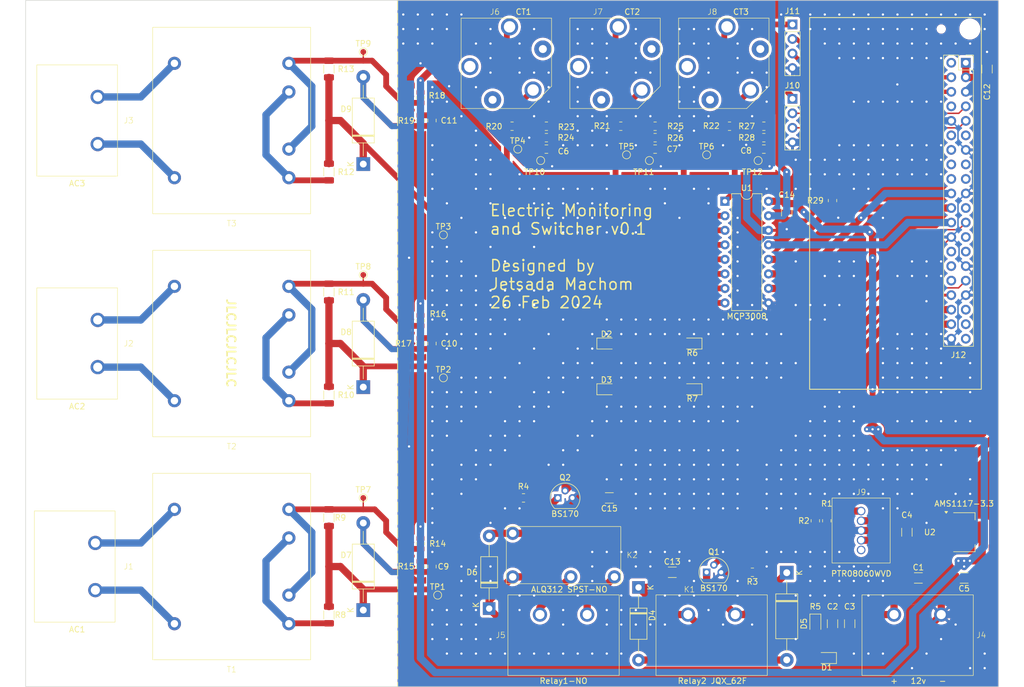
<source format=kicad_pcb>
(kicad_pcb (version 20221018) (generator pcbnew)
  (layers (0 "F.Cu" signal) (31 "B.Cu" signal) (34 "B.Paste" user) (35 "F.Paste" user) (36 "B.SilkS" user "B.Silkscreen") (37 "F.SilkS" user "F.Silkscreen") (38 "B.Mask" user) (39 "F.Mask" user) (44 "Edge.Cuts" user))
  (net 0 "")
  (net 1 "+12V")
  (net 2 "GND")
  (net 3 "+5V")
  (net 4 "+3V3")
  (net 5 "/Aac1Bias")
  (net 6 "/Aac2Bias")
  (net 7 "/Aac3Bias")
  (net 8 "/Vac1Bias")
  (net 9 "/Vac2Bias")
  (net 10 "Net-(D1-A)")
  (net 11 "Net-(D2-A)")
  (net 12 "Net-(D3-A)")
  (net 13 "Net-(D4-A)")
  (net 14 "Net-(D5-K)")
  (net 15 "Net-(D6-A)")
  (net 16 "/Vac1")
  (net 17 "/Vac2")
  (net 18 "/Vac3")
  (net 19 "Net-(J1-Pin_1)")
  (net 20 "Net-(J1-Pin_2)")
  (net 21 "Net-(J2-Pin_1)")
  (net 22 "Net-(J2-Pin_2)")
  (net 23 "Net-(J3-Pin_1)")
  (net 24 "Net-(J3-Pin_2)")
  (net 25 "Net-(J5-Pin_1)")
  (net 26 "Net-(J5-Pin_2)")
  (net 28 "Net-(J9-Pin_5)")
  (net 29 "/UART_TX")
  (net 30 "/UART_RX")
  (net 31 "/I2C_SDA")
  (net 32 "/I2C_SCL")
  (net 37 "/Relay1")
  (net 39 "/Relay2")
  (net 40 "Net-(J12-MOSI0{slash}GPIO10)")
  (net 41 "Net-(J12-MISO0{slash}GPIO9)")
  (net 43 "Net-(J12-SCLK0{slash}GPIO11)")
  (net 44 "Net-(J12-~{CE0}{slash}GPIO8)")
  (net 50 "/Led1")
  (net 51 "/Led2")
  (net 54 "/Aac1")
  (net 55 "/Aac2")
  (net 56 "/Aac3")
  (net 58 "Net-(T1-SB)")
  (net 59 "Net-(T2-SB)")
  (net 60 "Net-(T3-SB)")
  (net 70 "/Vac3Bias")
  (footprint "Resistor_SMD:R_0805_2012Metric" (layer "F.Cu") (at 173 64)
    (fp_text reference "R26")
    (fp_text value "2k")
  )
  (footprint "Resistor_SMD:R_1206_3216Metric" (layer "F.Cu") (at 116 147.4625 90)
    (fp_text reference "R8")
    (fp_text value "1000")
  )
  (footprint "Resistor_SMD:R_0805_2012Metric" (layer "F.Cu") (at 201 131 -90)
    (fp_text reference "R2")
    (fp_text value "300")
  )
  (footprint "Relay_THT:Relay-ALQ" (layer "F.Cu") (at 148.11 140.81)
    (fp_text reference "K2")
    (fp_text value "ALQ312 SPST-NO")
  )
  (footprint "Resistor_SMD:R_0805_2012Metric" (layer "F.Cu") (at 190 140 180)
    (fp_text reference "R3")
    (fp_text value "4.7k")
  )
  (footprint "Resistor_SMD:R_0805_2012Metric" (layer "F.Cu") (at 186 62)
    (fp_text reference "R22")
    (fp_text value "120")
  )
  (footprint "Resistor_SMD:R_0805_2012Metric" (layer "F.Cu") (at 154 64)
    (fp_text reference "R24")
    (fp_text value "2k")
  )
  (footprint "Resistor_SMD:R_0805_2012Metric" (layer "F.Cu") (at 154 62)
    (fp_text reference "R23")
    (fp_text value "2k")
  )
  (footprint "Capacitor_SMD:C_1206_3216Metric" (layer "F.Cu") (at 165 127 180)
    (fp_text reference "C15")
    (fp_text value "100uF")
  )
  (footprint "Connector:KF38S-8.25-2P" (layer "F.Cu") (at 75.6 104.125 90)
    (fp_text reference "J2")
    (fp_text value "AC2")
  )
  (footprint "TestPoint:TestPoint_Pad_D1.0mm" (layer "F.Cu") (at 149 66)
    (fp_text reference "TP4")
    (fp_text value "Aac1")
  )
  (footprint "MountingHole:MountingHole_3.2mm_M3" (layer "F.Cu") (at 124 155)
    (fp_text reference "REF**" hide)
    (fp_text value "MountingHole_3.2mm_M3")
  )
  (footprint "Resistor_SMD:R_1206_3216Metric" (layer "F.Cu") (at 116 109 90)
    (fp_text reference "R10")
    (fp_text value "1000")
  )
  (footprint "Connector:KF38S-8.25-2P" (layer "F.Cu") (at 161.125 147.4 180)
    (fp_text reference "J5")
    (fp_text value "Relay1-NO")
  )
  (footprint "Resistor_SMD:R_0805_2012Metric" (layer "F.Cu") (at 204 75 90)
    (fp_text reference "R29")
    (fp_text value "100")
  )
  (footprint "Resistor_SMD:R_1206_3216Metric" (layer "F.Cu") (at 116 52 90)
    (fp_text reference "R13")
    (fp_text value "120")
  )
  (footprint "LED_SMD:LED_0805_2012Metric" (layer "F.Cu") (at 201 149 -90)
    (fp_text reference "R5")
    (fp_text value "470")
  )
  (footprint "Resistor_SMD:R_0805_2012Metric" (layer "F.Cu") (at 150 127 180)
    (fp_text reference "R4")
    (fp_text value "4.7k")
  )
  (footprint "TestPoint:TestPoint_Pad_D1.0mm" (layer "F.Cu") (at 191 68)
    (fp_text reference "TP12")
    (fp_text value "Aac3Bias")
  )
  (footprint "Resistor_SMD:R_0805_2012Metric" (layer "F.Cu") (at 173 62)
    (fp_text reference "R25")
    (fp_text value "2k")
  )
  (footprint "Resistor_SMD:R_0805_2012Metric" (layer "F.Cu") (at 132 57 90)
    (fp_text reference "R18")
    (fp_text value "2k")
  )
  (footprint "Capacitor_SMD:C_1206_3216Metric" (layer "F.Cu") (at 231 52 90)
    (fp_text reference "C12")
    (fp_text value "2.2uF")
  )
  (footprint "Resistor_SMD:R_1206_3216Metric" (layer "F.Cu") (at 116 130.4625 90)
    (fp_text reference "R9")
    (fp_text value "120")
  )
  (footprint "LED_SMD:LED_0805_2012Metric" (layer "F.Cu") (at 203 155 180)
    (fp_text reference "D1")
    (fp_text value "Green")
  )
  (footprint "Package_TO_SOT_THT:TO-92" (layer "F.Cu") (at 182 140)
    (fp_text reference "Q1")
    (fp_text value "BS170")
  )
  (footprint "TestPoint:TestPoint_Pad_D1.0mm" (layer "F.Cu") (at 135 144)
    (fp_text reference "TP1")
    (fp_text value "Vac1")
  )
  (footprint "Resistor_SMD:R_0805_2012Metric" (layer "F.Cu") (at 167 62)
    (fp_text reference "R21")
    (fp_text value "120")
  )
  (footprint "Diode_THT:D_DO-41_SOD81_P12.70mm_Horizontal" (layer "F.Cu") (at 170.1 142.65 -90)
    (fp_text reference "D4")
    (fp_text value "MUR260G")
  )
  (footprint "Transformer_THT:Myrra PCB Transformer" (layer "F.Cu") (at 89 51 -90)
    (fp_text reference "T3")
    (fp_text value "230Vac:6Vac")
  )
  (footprint "Connector_Audio:Jack_3.5mm-ACJS-NV35-5" (layer "F.Cu") (at 147 51)
    (fp_text reference "J6")
    (fp_text value "CT1")
  )
  (footprint "Connector_PinSocket_2.54mm:PinSocket_2x20_P2.54mm_Vertical_Reverse" (layer "F.Cu") (at 227.29 50.9)
    (fp_text reference "J12")
    (fp_text value "Raspberry_Pi_2_3")
  )
  (footprint "LED_SMD:LED_0805_2012Metric" (layer "F.Cu") (at 164.5 100)
    (fp_text reference "D2")
    (fp_text value "Red")
  )
  (footprint "Capacitor_SMD:C_1206_3216Metric" (layer "F.Cu") (at 227 141 180)
    (fp_text reference "C5")
    (fp_text value "100uF")
  )
  (footprint "Capacitor_SMD:C_1206_3216Metric" (layer "F.Cu") (at 196 77 -90)
    (fp_text reference "C14")
    (fp_text value "2.2uF")
  )
  (footprint "Resistor_SMD:R_0805_2012Metric" (layer "F.Cu") (at 132 61 -90)
    (fp_text reference "R19")
    (fp_text value "2k")
  )
  (footprint "Resistor_SMD:R_0805_2012Metric" (layer "F.Cu") (at 132 135 90)
    (fp_text reference "R14")
    (fp_text value "2k")
  )
  (footprint "TestPoint:TestPoint_Pad_D1.0mm" (layer "F.Cu") (at 122 88)
    (fp_text reference "TP8")
    (fp_text value "Vac2Bias")
  )
  (footprint "Resistor_SMD:R_0805_2012Metric" (layer "F.Cu") (at 192 64)
    (fp_text reference "R28")
    (fp_text value "2k")
  )
  (footprint "Connector:KF38S-8.25-2P" (layer "F.Cu") (at 75.18 143.125 90)
    (fp_text reference "J1")
    (fp_text value "AC1")
  )
  (footprint "Resistor_SMD:R_0805_2012Metric" (layer "F.Cu") (at 132 139 -90)
    (fp_text reference "R15")
    (fp_text value "2k")
  )
  (footprint "Resistor_SMD:R_0805_2012Metric" (layer "F.Cu") (at 148 62)
    (fp_text reference "R20")
    (fp_text value "120")
  )
  (footprint "Capacitor_SMD:C_1206_3216Metric" (layer "F.Cu") (at 207 149 -90)
    (fp_text reference "C3")
    (fp_text value "100uF")
  )
  (footprint "Diode_THT:D_DO-15_P15.24mm_Horizontal" (layer "F.Cu") (at 122 146.62 90)
    (fp_text reference "D7")
    (fp_text value "3.9v")
  )
  (footprint "Capacitor_SMD:C_0805_2012Metric" (layer "F.Cu") (at 192 66)
    (fp_text reference "C8")
    (fp_text value "10uF")
  )
  (footprint "Transformer_THT:Myrra PCB Transformer" (layer "F.Cu") (at 89 129 -90)
    (fp_text reference "T1")
    (fp_text value "230Vac:6Vac")
  )
  (footprint "Capacitor_SMD:C_1206_3216Metric" (layer "F.Cu") (at 176 140)
    (fp_text reference "C13")
    (fp_text value "100uF")
  )
  (footprint "Diode_THT:D_DO-15_P15.24mm_Horizontal" (layer "F.Cu") (at 196 140.08 -90)
    (fp_text reference "D5")
    (fp_text value "14v")
  )
  (footprint "Converter_DCDC:PTR08060WVD" (layer "F.Cu") (at 209 136.1 90)
    (fp_text reference "J9")
    (fp_text value "PTR08060WVD")
  )
  (footprint "Connector_PinHeader_2.54mm:PinHeader_1x04_P2.54mm_Vertical" (layer "F.Cu") (at 197 44.2)
    (fp_text reference "J11")
    (fp_text value "I2C")
  )
  (footprint "Connector_PinHeader_2.54mm:PinHeader_1x04_P2.54mm_Vertical" (layer "F.Cu") (at 197 57.2)
    (fp_text reference "J10")
    (fp_text value "UART")
  )
  (footprint "MountingHole:MountingHole_3.2mm_M3" (layer "F.Cu") (at 68 45)
    (fp_text reference "REF**" hide)
    (fp_text value "MountingHole_3.2mm_M3")
  )
  (footprint "LED_SMD:LED_0805_2012Metric" (layer "F.Cu") (at 179.5 108 180)
    (fp_text reference "R7")
    (fp_text value "33")
  )
  (footprint "Resistor_SMD:R_1206_3216Metric" (layer "F.Cu") (at 116 70 90)
    (fp_text reference "R12")
    (fp_text value "1000")
  )
  (footprint "Connector:KF38S-8.25-2P" (layer "F.Cu") (at 223 147.4 180)
    (fp_text reference "J4")
    (fp_text value "+   12v   -")
  )
  (footprint "TestPoint:TestPoint_Pad_D1.0mm" (layer "F.Cu") (at 153 68)
    (fp_text reference "TP10")
    (fp_text value "Aac1Bias")
  )
  (footprint "TestPoint:TestPoint_Pad_D1.0mm" (layer "F.Cu") (at 122 127)
    (fp_text reference "TP7")
    (fp_text value "Vac1Bias")
  )
  (footprint "Package_TO_SOT_SMD:SOT-223-3_TabPin2" (layer "F.Cu") (at 227 133)
    (fp_text reference "U2")
    (fp_text value "AMS1117-3.3")
  )
  (footprint "Resistor_SMD:R_0805_2012Metric" (layer "F.Cu") (at 192 62)
    (fp_text reference "R27")
    (fp_text value "2k")
  )
  (footprint "Resistor_SMD:R_0805_2012Metric" (layer "F.Cu") (at 132 96 90)
    (fp_text reference "R16")
    (fp_text value "2k")
  )
  (footprint "TestPoint:TestPoint_Pad_D1.0mm" (layer "F.Cu") (at 168 67)
    (fp_text reference "TP5")
    (fp_text value "Aac2")
  )
  (footprint "Connector_Audio:Jack_3.5mm-ACJS-NV35-5" (layer "F.Cu") (at 185 51)
    (fp_text reference "J8")
    (fp_text value "CT3")
  )
  (footprint "Diode_THT:D_DO-15_P15.24mm_Horizontal" (layer "F.Cu") (at 122 68.62 90)
    (fp_text reference "D9")
    (fp_text value "3.9v")
  )
  (footprint "Capacitor_SMD:C_0805_2012Metric" (layer "F.Cu") (at 154 66)
    (fp_text reference "C6")
    (fp_text value "10uF")
  )
  (footprint "MountingHole:MountingHole_JLCPCB" (layer "F.Cu") (at 73 45)
    (fp_text reference "REF**" hide)
    (fp_text value "MountingHole_JLCPCB")
  )
  (footprint "TestPoint:TestPoint_Pad_D1.0mm" (layer "F.Cu") (at 182 67)
    (fp_text reference "TP6")
    (fp_text value "Aac3")
  )
  (footprint "Connector_Audio:Jack_3.5mm-ACJS-NV35-5" (layer "F.Cu") (at 166 51)
    (fp_text reference "J7")
    (fp_text value "CT2")
  )
  (footprint "MountingHole:MountingHole_JLCPCB" (layer "F.Cu") (at 223 45)
    (fp_text reference "REF**" hide)
    (fp_text value "MountingHole_JLCPCB")
  )
  (footprint "Diode_THT:D_DO-15_P15.24mm_Horizontal" (layer "F.Cu") (at 122 107.62 90)
    (fp_text reference "D8")
    (fp_text value "3.9v")
  )
  (footprint "Resistor_SMD:R_0805_2012Metric" (layer "F.Cu") (at 132 100 -90)
    (fp_text reference "R17")
    (fp_text value "2k")
  )
  (footprint "Connector:KF38S-8.25-2P" (layer "F.Cu") (at 187 147.4 180)
    (fp_text reference "K1")
    (fp_text value "Relay2 JQX_62F")
  )
  (footprint "Package_TO_SOT_THT:TO-92" (layer "F.Cu") (at 156 127)
    (fp_text reference "Q2")
    (fp_text value "BS170")
  )
  (footprint "TestPoint:TestPoint_Pad_D1.0mm" (layer "F.Cu") (at 122 49)
    (fp_text reference "TP9")
    (fp_text value "Vac3Bias")
  )
  (footprint "TestPoint:TestPoint_Pad_D1.0mm" (layer "F.Cu") (at 172 68)
    (fp_text reference "TP11")
    (fp_text value "Aac2Bias")
  )
  (footprint "LED_SMD:LED_0805_2012Metric" (layer "F.Cu") (at 164.5 108)
    (fp_text reference "D3")
    (fp_text value "Blue")
  )
  (footprint "Capacitor_SMD:C_1206_3216Metric" (layer "F.Cu") (at 204 149 -90)
    (fp_text reference "C2")
    (fp_text value "100uF")
  )
  (footprint "MountingHole:MountingHole_3.2mm_M3" (layer "F.Cu") (at 228 45)
    (fp_text reference "REF**" hide)
    (fp_text value "MountingHole_3.2mm_M3")
  )
  (footprint "LED_SMD:LED_0805_2012Metric" (layer "F.Cu") (at 179.5 100 180)
    (fp_text reference "R6")
    (fp_text value "51")
  )
  (footprint "Capacitor_SMD:C_0805_2012Metric" (layer "F.Cu") (at 134 139 -90)
    (fp_text reference "C9")
    (fp_text value "10uF")
  )
  (footprint "MountingHole:MountingHole_JLCPCB" (layer "F.Cu") (at 73 155)
    (fp_text reference "REF**" hide)
    (fp_text value "MountingHole_JLCPCB")
  )
  (footprint "Resistor_SMD:R_0805_2012Metric" (layer "F.Cu") (at 203 131 -90)
    (fp_text reference "R1")
    (fp_text value "2.2k")
  )
  (footprint "Resistor_SMD:R_1206_3216Metric" (layer "F.Cu") (at 116 91 90)
    (fp_text reference "R11")
    (fp_text value "120")
  )
  (footprint "Capacitor_SMD:C_1206_3216Metric" (layer "F.Cu") (at 219 141)
    (fp_text reference "C1")
    (fp_text value "100uF")
  )
  (footprint "Transformer_THT:Myrra PCB Transformer" (layer "F.Cu") (at 89 90 -90)
    (fp_text reference "T2")
    (fp_text value "230Vac:6Vac")
  )
  (footprint "MountingHole:MountingHole_3.2mm_M3" (layer "F.Cu") (at 68 155)
    (fp_text reference "REF**" hide)
    (fp_text value "MountingHole_3.2mm_M3")
  )
  (footprint "TestPoint:TestPoint_Pad_D1.0mm" (layer "F.Cu") (at 136 81)
    (fp_text reference "TP3")
    (fp_text value "Vac3")
  )
  (footprint "Capacitor_SMD:C_0805_2012Metric" (layer "F.Cu") (at 134 61 -90)
    (fp_text reference "C11")
    (fp_text value "10uF")
  )
  (footprint "Connector:KF38S-8.25-2P" (layer "F.Cu") (at 75.6 65.125 90)
    (fp_text reference "J3")
    (fp_text value "AC3")
  )
  (footprint "Capacitor_SMD:C_1206_3216Metric" (layer "F.Cu") (at 217 133 -90)
    (fp_text reference "C4")
    (fp_text value "100uF")
  )
  (footprint "Capacitor_SMD:C_0805_2012Metric" (layer "F.Cu") (at 173 66)
    (fp_text reference "C7")
    (fp_text value "10uF")
  )
  (footprint "Capacitor_SMD:C_0805_2012Metric" (layer "F.Cu") (at 134 100 -90)
    (fp_text reference "C10")
    (fp_text value "10uF")
  )
  (footprint "Diode_THT:D_DO-41_SOD81_P12.70mm_Horizontal" (layer "F.Cu") (at 144 146.35 90)
    (fp_text reference "D6")
    (fp_text value "MUR260G")
  )
  (footprint "TestPoint:TestPoint_Pad_D1.0mm" (layer "F.Cu") (at 136 106)
    (fp_text reference "TP2")
    (fp_text value "Vac2")
  )
  (footprint "Package_DIP:DIP-16_W7.62mm" (layer "F.Cu") (at 185.2 75.125)
    (fp_text reference "U1")
    (fp_text value "MCP3008")
  )
  (gr_rect (start 200 43) (end 230 108) (stroke (width 0.15)) (fill none) (layer "F.SilkS"))
  (gr_line (start 128 40) (end 128 160) (stroke (width 0.15) (type dash)) (layer "F.SilkS"))
  (gr_rect (start 63 40) (end 233 160) (stroke (width 0.1)) (fill none) (layer "Edge.Cuts"))
  (gr_text "JLCJLCJLCJLC" (at 98 92 -90) (layer "F.SilkS") (effects (font (size 1.5 1.5) (thickness 0.3) bold) (justify left bottom)))
  (gr_text "Electric Monitoring\nand Switcher v0.1\n\nDesigned by\nJetsada Machom\n26 Feb 2024" (at 144 94) (layer "F.SilkS") (effects (font (size 2 2) (thickness 0.25) bold) (justify left bottom)))
  (segment (start 207 147.525) (end 196.475 147.525) (width 1.27) (layer "F.Cu") (net 1))
  (segment (start 144 146.35) (end 149.65 152) (width 1.27) (layer "F.Cu") (net 1))
  (segment (start 149.65 152) (end 185 152) (width 1.27) (layer "F.Cu") (net 1))
  (segment (start 171.875 142.65) (end 174.525 140) (width 1.27) (layer "F.Cu") (net 1))
  (segment (start 210.925 134.4) (end 217.525 141) (width 1.27) (layer "F.Cu") (net 1))
  (segment (start 214.75 147.4) (end 207.125 147.4) (width 1.27) (layer "F.Cu") (net 1))
  (segment (start 183.35 152) (end 185 152) (width 1.27) (layer "F.Cu") (net 1))
  (segment (start 152.665 140.81) (end 148.11 140.81) (width 1.27) (layer "F.Cu") (net 1))
  (segment (start 170.1 142.65) (end 171.875 142.65) (width 1.27) (layer "F.Cu") (net 1))
  (segment (start 174.85 147.4) (end 178.75 147.4) (width 1.27) (layer "F.Cu") (net 1))
  (segment (start 166.475 127) (end 152.665 140.81) (width 1.27) (layer "F.Cu") (net 1))
  (segment (start 214.75 147.4) (end 214.75 143.775) (width 1.27) (layer "F.Cu") (net 1))
  (segment (start 178.75 147.4) (end 183.35 152) (width 1.27) (layer "F.Cu") (net 1))
  (segment (start 207.125 147.4) (end 207 147.525) (width 1.27) (layer "F.Cu") (net 1))
  (segment (start 214.75 143.775) (end 217.525 141) (width 1.27) (layer "F.Cu") (net 1))
  (segment (start 170.1 142.65) (end 174.85 147.4) (width 1.27) (layer "F.Cu") (net 1))
  (segment (start 209 134.4) (end 210.925 134.4) (width 1.27) (layer "F.Cu") (net 1))
  (segment (start 144 144.92) (end 148.11 140.81) (width 1.27) (layer "F.Cu") (net 1))
  (segment (start 192 152) (end 185 152) (width 1.27) (layer "F.Cu") (net 1))
  (segment (start 214.75 147.25) (end 215 147) (width 1.27) (layer "F.Cu") (net 1))
  (segment (start 196.475 147.525) (end 192 152) (width 1.27) (layer "F.Cu") (net 1))
  (segment (start 144 146.35) (end 144 144.92) (width 1.27) (layer "F.Cu") (net 1))
  (segment (start 173.95 66) (end 173.95 68.95) (width 1.016) (layer "F.Cu") (net 2))
  (segment (start 231.72 130) (end 231.985 130.265) (width 1.27) (layer "F.Cu") (net 2))
  (segment (start 126.95 61.95) (end 134 61.95) (width 1.016) (layer "F.Cu") (net 2))
  (segment (start 231.985 140.182766) (end 224.767766 147.4) (width 1.27) (layer "F.Cu") (net 2))
  (segment (start 192.95 66) (end 192.95 64.0375) (width 1.016) (layer "F.Cu") (net 2))
  (segment (start 155 64) (end 154.95 64.05) (width 1.016) (layer "F.Cu") (net 2))
  (segment (start 146 137) (end 142 137) (width 1.27) (layer "F.Cu") (net 2))
  (segment (start 173.95 64.0375) (end 173.9125 64) (width 1.016) (layer "F.Cu") (net 2))
  (segment (start 140 131) (end 144 127) (width 1.27) (layer "F.Cu") (net 2))
  (segment (start 154.9125 64) (end 155 64) (width 1.016) (layer "F.Cu") (net 2))
  (segment (start 203.7875 132.7) (end 209 132.7) (width 1.27) (layer "F.Cu") (net 2))
  (segment (start 144 127) (end 163 108) (width 1.27) (layer "F.Cu") (net 2))
  (segment (start 192.95 64.0375) (end 192.9125 64) (width 1.016) (layer "F.Cu") (net 2))
  (segment (start 126.95 100.95) (end 122 96) (width 1.016) (layer "F.Cu") (net 2))
  (segment (start 154.95 64.05) (end 154.95 66) (width 1.016) (layer "F.Cu") (net 2))
  (segment (start 173.95 68.95) (end 174 69) (width 1.016) (layer "F.Cu") (net 2))
  (segment (start 122 53.38) (end 122 57) (width 1.016) (layer "F.Cu") (net 2))
  (segment (start 122 57) (end 126.95 61.95) (width 1.016) (layer "F.Cu") (net 2))
  (segment (start 158.54 127) (end 158.54 129.46) (width 1.27) (layer "F.Cu") (net 2))
  (segment (start 193 66.05) (end 192.95 66) (width 1.016) (layer "F.Cu") (net 2))
  (segment (start 134 100.95) (end 126.95 100.95) (width 1.016) (layer "F.Cu") (net 2))
  (segment (start 122 96) (end 122 92.38) (width 1.016) (layer "F.Cu") (net 2))
  (segment (start 224.767766 147.4) (end 223 147.4) (width 1.27) (layer "F.Cu") (net 2))
  (segment (start 201 131.9125) (end 203 131.9125) (width 1.27) (layer "F.Cu") (net 2))
  (segment (start 204 150.475) (end 207 150.475) (width 1.27) (layer "F.Cu") (net 2))
  (segment (start 142 137) (end 140 135) (width 1.27) (layer "F.Cu") (net 2))
  (segment (start 134 139.95) (end 132.0375 139.95) (width 1.016) (layer "F.Cu") (net 2))
  (segment (start 215.225 132.7) (end 209 132.7) (width 1.27) (layer "F.Cu") (net 2))
  (segment (start 154.95 68.95) (end 155 69) (width 1.016) (layer "F.Cu") (net 2))
  (segment (start 231.985 130.265) (end 231.985 140.182766) (width 1.27) (layer "F.Cu") (net 2))
  (segment (start 140 135) (end 140 131) (width 1.27) (layer "F.Cu") (net 2))
  (segment (start 134 139.95) (end 134 140) (width 1.016) (layer "F.Cu") (net 2))
  (segment (start 179 138.475) (end 177.475 140) (width 1.27) (layer "F.Cu") (net 2))
  (segment (start 219.925 150.475) (end 223 147.4) (width 1.27) (layer "F.Cu") (net 2))
  (segment (start 158.54 129.46) (end 153 135) (width 1.27) (layer "F.Cu") (net 2))
  (segment (start 223 147.4) (end 223 143.525) (width 1.27) (layer "F.Cu") (net 2))
  (segment (start 132.0375 139.95) (end 132 139.9125) (width 1.016) (layer "F.Cu") (net 2))
  (segment (start 163 108) (end 163.5625 108) (width 1.27) (layer "F.Cu") (net 2))
  (segment (start 203.9375 155) (end 203.9375 150.5375) (width 1.016) (layer "F.Cu") (net 2))
  (segment (start 132 139.9125) (end 126.9125 139.9125) (width 1.016) (layer "F.Cu") (net 2))
  (segment (start 203.9375 150.5375) (end 204 150.475) (width 1.016) (layer "F.Cu") (net 2))
  (segment (start 223 143.525) (end 220.475 141) (width 1.27) (layer "F.Cu") (net 2))
  (segment (start 223.13 83) (end 221 83) (width 0.254) (layer "F.Cu") (net 2))
  (segment (start 203 131.9125) (end 203.7875 132.7) (width 1.27) (layer "F.Cu") (net 2))
  (segment (start 196 80) (end 196 78.475) (width 0.508) (layer "F.Cu") (net 2))
  (segment (start 154.95 66) (end 154.95 68.95) (width 1.016) (layer "F.Cu") (net 2))
  (segment (start 144 127) (end 149.0875 127) (width 1.27) (layer "F.Cu") (net 2))
  (segment (start 231 49) (end 231 50.525) (width 1.27) (layer "F.Cu") (net 2))
  (segment (start 207 150.475) (end 219.925 150.475) (width 1.27) (layer "F.Cu") (net 2))
  (segment (start 224.55 130) (end 231.72 130) (width 1.27) (layer "F.Cu") (net 2))
  (segment (start 223 143.525) (end 225.525 141) (width 1.27) (layer "F.Cu") (net 2))
  (segment (start 179 138) (end 179 138.475) (width 1.27) (layer "F.Cu") (net 2))
  (segment (start 163.5625 100) (end 163.5625 108) (width 1.016) (layer "F.Cu") (net 2))
  (segment (start 173.95 66) (end 173.95 64.0375) (width 1.016) (layer "F.Cu") (net 2))
  (segment (start 223.85 130.7) (end 224.55 130) (width 1.27) (layer "F.Cu") (net 2))
  (segment (start 151 137) (end 146 137) (width 1.27) (layer "F.Cu") (net 2))
  (segment (start 126.9125 139.9125) (end 122 135) (width 1.016) (layer "F.Cu") (net 2))
  (segment (start 220.475 137.95) (end 217 134.475) (width 1.27) (layer "F.Cu") (net 2))
  (segment (start 224.75 81.38) (end 223.13 83) (width 0.254) (layer "F.Cu") (net 2))
  (segment (start 193 69) (end 193 66.05) (width 1.016) (layer "F.Cu") (net 2))
  (segment (start 220.475 141) (end 220.475 137.95) (width 1.27) (layer "F.Cu") (net 2))
  (segment (start 217 134.475) (end 215.225 132.7) (width 1.27) (layer "F.Cu") (net 2))
  (segment (start 153 135) (end 151 137) (width 1.27) (layer "F.Cu") (net 2))
  (segment (start 158.54 127) (end 163.525 127) (width 1.27) (layer "F.Cu") (net 2))
  (segment (start 189.0875 140) (end 184.54 140) (width 1.016) (layer "F.Cu") (net 2))
  (segment (start 122 135) (end 122 131.38) (width 1.016) (layer "F.Cu") (net 2))
  (via (at 217.89 156.765) (size 0.8) (drill 0.4) (layers "F.Cu" "B.Cu") (net 2))
  (via (at 164.55 50.085) (size 0.8) (drill 0.4) (layers "F.Cu" "B.Cu") (net 2))
  (via (at 169.63 47.545) (size 0.8) (drill 0.4) (layers "F.Cu" "B.Cu") (net 2))
  (via (at 159.47 65.325) (size 0.8) (drill 0.4) (layers "F.Cu" "B.Cu") (net 2))
  (via (at 217.89 118.665) (size 0.8) (drill 0.4) (layers "F.Cu" "B.Cu") (net 2))
  (via (at 195.03 128.825) (size 0.8) (drill 0.4) (layers "F.Cu" "B.Cu") (net 2))
  (via (at 131.53 47.545) (size 0.8) (drill 0.4) (layers "F.Cu" "B.Cu") (net 2))
  (via (at 139.15 108.505) (size 0.8) (drill 0.4) (layers "F.Cu" "B.Cu") (net 2))
  (via (at 182.33 128.825) (size 0.8) (drill 0.4) (layers "F.Cu" "B.Cu") (net 2))
  (via (at 139.15 113.585) (size 0.8) (drill 0.4) (layers "F.Cu" "B.Cu") (net 2))
  (via (at 202.65 113.585) (size 0.8) (drill 0.4) (layers "F.Cu" "B.Cu") (net 2))
  (via (at 174.71 121.205) (size 0.8) (drill 0.4) (layers "F.Cu" "B.Cu") (net 2))
  (via (at 200.11 118.665) (size 0.8) (drill 0.4) (layers "F.Cu" "B.Cu") (net 2))
  (via (at 217.89 98.345) (size 0.8) (drill 0.4) (layers "F.Cu" "B.Cu") (net 2))
  (via (at 187.41 83.105) (size 0.8) (drill 0.4) (layers "F.Cu" "B.Cu") (net 2))
  (via (at 220.43 105.965) (size 0.8) (drill 0.4) (layers "F.Cu" "B.Cu") (net 2))
  (via (at 177.25 98.345) (size 0.8) (drill 0.4) (layers "F.Cu" "B.Cu") (net 2))
  (via (at 139.15 90.725) (size 0.8) (drill 0.4) (layers "F.Cu" "B.Cu") (net 2))
  (via (at 164.55 47.545) (size 0.8) (drill 0.4) (layers "F.Cu" "B.Cu") (net 2))
  (via (at 179.79 121.205) (size 0.8) (drill 0.4) (layers "F.Cu" "B.Cu") (net 2))
  (via (at 189.95 111.045) (size 0.8) (drill 0.4) (layers "F.Cu" "B.Cu") (net 2))
  (via (at 228.05 108.505) (size 0.8) (drill 0.4) (layers "F.Cu" "B.Cu") (net 2))
  (via (at 200.11 116.125) (size 0.8) (drill 0.4) (layers "F.Cu" "B.Cu") (net 2))
  (via (at 210.27 154.225) (size 0.8) (drill 0.4) (layers "F.Cu" "B.Cu") (net 2))
  (via (at 187.41 103.425) (size 0.8) (drill 0.4) (layers "F.Cu" "B.Cu") (net 2))
  (via (at 149.31 50.085) (size 0.8) (drill 0.4) (layers "F.Cu" "B.Cu") (net 2))
  (via (at 197.57 151.685) (size 0.8) (drill 0.4) (layers "F.Cu" "B.Cu") (net 2))
  (via (at 195.03 103.425) (size 0.8) (drill 0.4) (layers "F.Cu" "B.Cu") (net 2))
  (via (at 162.01 65.325) (size 0.8) (drill 0.4) (layers "F.Cu" "B.Cu") (net 2))
  (via (at 136.61 83.105) (size 0.8) (drill 0.4) (layers "F.Cu" "B.Cu") (net 2))
  (via (at 222.97 121.205) (size 0.8) (drill 0.4) (layers "F.Cu" "B.Cu") (net 2))
  (via (at 177.25 47.545) (size 0.8) (drill 0.4) (layers "F.Cu" "B.Cu") (net 2))
  (via (at 162.01 78.025) (size 0.8) (drill 0.4) (layers "F.Cu" "B.Cu") (net 2))
  (via (at 200.11 121.205) (size 0.8) (drill 0.4) (layers "F.Cu" "B.Cu") (net 2))
  (via (at 169.63 121.205) (size 0.8) (drill 0.4) (layers "F.Cu" "B.Cu") (net 2))
  (via (at 162.01 98.345) (size 0.8) (drill 0.4) (layers "F.Cu" "B.Cu") (net 2))
  (via (at 189.95 60.245) (size 0.8) (drill 0.4) (layers "F.Cu" "B.Cu") (net 2))
  (via (at 182.33 45.005) (size 0.8) (drill 0.4) (layers "F.Cu" "B.Cu") (net 2))
  (via (at 215.35 42.465) (size 0.8) (drill 0.4) (layers "F.Cu" "B.Cu") (net 2))
  (via (at 141.69 118.665) (size 0.8) (drill 0.4) (layers "F.Cu" "B.Cu") (net 2))
  (via (at 154.39 105.965) (size 0.8) (drill 0.4) (layers "F.Cu" "B.Cu") (net 2))
  (via (at 215.35 113.585) (size 0.8) (drill 0.4) (layers "F.Cu" "B.Cu") (net 2))
  (via (at 215.35 98.345) (size 0.8) (drill 0.4) (layers "F.Cu" "B.Cu") (net 2))
  (via (at 172.17 111.045) (size 0.8) (drill 0.4) (layers "F.Cu" "B.Cu") (net 2))
  (via (at 155 69) (size 0.8) (drill 0.4) (layers "F.Cu" "B.Cu") (net 2))
  (via (at 144.23 75.485) (size 0.8) (drill 0.4) (layers "F.Cu" "B.Cu") (net 2))
  (via (at 202.65 111.045) (size 0.8) (drill 0.4) (layers "F.Cu" "B.Cu") (net 2))
  (via (at 215.35 121.205) (size 0.8) (drill 0.4) (layers "F.Cu" "B.Cu") (net 2))
  (via (at 131.53 45.005) (size 0.8) (drill 0.4) (layers "F.Cu" "B.Cu") (net 2))
  (via (at 156.93 105.965) (size 0.8) (drill 0.4) (layers "F.Cu" "B.Cu") (net 2))
  (via (at 197.57 118.665) (size 0.8) (drill 0.4) (layers "F.Cu" "B.Cu") (net 2))
  (via (at 182.33 103.425) (size 0.8) (drill 0.4) (layers "F.Cu" "B.Cu") (net 2))
  (via (at 139.15 123.745) (size 0.8) (drill 0.4) (layers "F.Cu" "B.Cu") (net 2))
  (via (at 212.81 42.465) (size 0.8) (drill 0.4) (layers "F.Cu" "B.Cu") (net 2))
  (via (at 154.39 90.725) (size 0.8) (drill 0.4) (layers "F.Cu" "B.Cu") (net 2))
  (via (at 187.41 93.265) (size 0.8) (drill 0.4) (layers "F.Cu" "B.Cu") (net 2))
  (via (at 151.85 154.225) (size 0.8) (drill 0.4) (layers "F.Cu" "B.Cu") (net 2))
  (via (at 217.89 57.705) (size 0.8) (drill 0.4) (layers "F.Cu" "B.Cu") (net 2))
  (via (at 146.77 85.645) (size 0.8) (drill 0.4) (layers "F.Cu" "B.Cu") (net 2))
  (via (at 156.93 75.485) (size 0.8) (drill 0.4) (layers "F.Cu" "B.Cu") (net 2))
  (via (at 207.73 57.705) (size 0.8) (drill 0.4) (layers "F.Cu" "B.Cu") (net 2))
  (via (at 179 138) (size 0.8) (drill 0.4) (layers "F.Cu" "B.Cu") (net 2))
  (via (at 174.71 123.745) (size 0.8) (drill 0.4) (layers "F.Cu" "B.Cu") (net 2))
  (via (at 184.87 121.205) (size 0.8) (drill 0.4) (layers "F.Cu" "B.Cu") (net 2))
  (via (at 212.81 103.425) (size 0.8) (drill 0.4) (layers "F.Cu" "B.Cu") (net 2))
  (via (at 205.19 136.445) (size 0.8) (drill 0.4) (layers "F.Cu" "B.Cu") (net 2))
  (via (at 210.27 118.665) (size 0.8) (drill 0.4) (layers "F.Cu" "B.Cu") (net 2))
  (via (at 134.07 85.645) (size 0.8) (drill 0.4) (layers "F.Cu" "B.Cu") (net 2))
  (via (at 174.71 111.045) (size 0.8) (drill 0.4) (layers "F.Cu" "B.Cu") (net 2))
  (via (at 169.63 50.085) (size 0.8) (drill 0.4) (layers "F.Cu" "B.Cu") (net 2))
  (via (at 167.09 78.025) (size 0.8) (drill 0.4) (layers "F.Cu" "B.Cu") (net 2))
  (via (at 197.57 103.425) (size 0.8) (drill 0.4) (layers "F.Cu" "B.Cu") (net 2))
  (via (at 177.25 121.205) (size 0.8) (drill 0.4) (layers "F.Cu" "B.Cu") (net 2))
  (via (at 141.69 72.945) (size 0.8) (drill 0.4) (layers "F.Cu" "B.Cu") (net 2))
  (via (at 202.65 116.125) (size 0.8) (drill 0.4) (layers "F.Cu" "B.Cu") (net 2))
  (via (at 220.43 113.585) (size 0.8) (drill 0.4) (layers "F.Cu" "B.Cu") (net 2))
  (via (at 139.15 141.525) (size 0.8) (drill 0.4) (layers "F.Cu" "B.Cu") (net 2))
  (via (at 184.87 111.045) (size 0.8) (drill 0.4) (layers "F.Cu" "B.Cu") (net 2))
  (via (at 174.71 149.145) (size 0.8) (drill 0.4) (layers "F.Cu" "B.Cu") (net 2))
  (via (at 192.49 95.805) (size 0.8) (drill 0.4) (layers "F.Cu" "B.Cu") (net 2))
  (via (at 228.05 47.545) (size 0.8) (drill 0.4) (layers "F.Cu" "B.Cu") (net 2))
  (via (at 177.25 78.025) (size 0.8) (drill 0.4) (layers "F.Cu" "B.Cu") (net 2))
  (via (at 192.49 138.985) (size 0.8) (drill 0.4) (layers "F.Cu" "B.Cu") (net 2))
  (via (at 169.63 128.825) (size 0.8) (drill 0.4) (layers "F.Cu" "B.Cu") (net 2))
  (via (at 139.15 88.185) (size 0.8) (drill 0.4) (layers "F.Cu" "B.Cu") (net 2))
  (via (at 151.85 83.105) (size 0.8) (drill 0.4) (layers "F.Cu" "B.Cu") (net 2))
  (via (at 149.31 47.545) (size 0.8) (drill 0.4) (layers "F.Cu" "B.Cu") (net 2))
  (via (at 162.01 62.785) (size 0.8) (drill 0.4) (layers "F.Cu" "B.Cu") (net 2))
  (via (at 134.07 105.965) (size 0.8) (drill 0.4) (layers "F.Cu" "B.Cu") (net 2))
  (via (at 159.47 93.265) (size 0.8) (drill 0.4) (layers "F.Cu" "B.Cu") (net 2))
  (via (at 146.77 90.725) (size 0.8) (drill 0.4) (layers "F.Cu" "B.Cu") (net 2))
  (via (at 230.59 156.765) (size 0.8) (drill 0.4) (layers "F.Cu" "B.Cu") (net 2))
  (via (at 182.33 52.625) (size 0.8) (drill 0.4) (layers "F.Cu" "B.Cu") (net 2))
  (via (at 184.87 95.805) (size 0.8) (drill 0.4) (layers "F.Cu" "B.Cu") (net 2))
  (via (at 146.77 105.965) (size 0.8) (drill 0.4) (layers "F.Cu" "B.Cu") (net 2))
  (via (at 146.77 95.805) (size 0.8) (drill 0.4) (layers "F.Cu" "B.Cu") (net 2))
  (via (at 134.07 55.165) (size 0.8) (drill 0.4) (layers "F.Cu" "B.Cu") (net 2))
  (via (at 159.47 118.665) (size 0.8) (drill 0.4) (layers "F.Cu" "B.Cu") (net 2))
  (via (at 151.85 52.625) (size 0.8) (drill 0.4) (layers "F.Cu" "B.Cu") (net 2))
  (via (at 210.27 126.285) (size 0.8) (drill 0.4) (layers "F.Cu" "B.Cu") (net 2))
  (via (at 189.95 52.625) (size 0.8) (drill 0.4) (layers "F.Cu" "B.Cu") (net 2))
  (via (at 156.93 118.665) (size 0.8) (drill 0.4) (layers "F.Cu" "B.Cu") (net 2))
  (via (at 210.27 45.005) (size 0.8) (drill 0.4) (layers "F.Cu" "B.Cu") (net 2))
  (via (at 205 78) (size 0.8) (drill 0.4) (layers "F.Cu" "B.Cu") (net 2))
  (via (at 220.43 50.085) (size 0.8) (drill 0.4) (layers "F.Cu" "B.Cu") (net 2))
  (via (at 141.69 80.565) (size 0.8) (drill 0.4) (layers "F.Cu" "B.Cu") (net 2))
  (via (at 156.93 95.805) (size 0.8) (drill 0.4) (layers "F.Cu" "B.Cu") (net 2))
  (via (at 169.63 98.345) (size 0.8) (drill 0.4) (layers "F.Cu" "B.Cu") (net 2))
  (via (at 164.55 78.025) (size 0.8) (drill 0.4) (layers "F.Cu" "B.Cu") (net 2))
  (via (at 141.69 67.865) (size 0.8) (drill 0.4) (layers "F.Cu" "B.Cu") (net 2))
  (via (at 220.43 118.665) (size 0.8) (drill 0.4) (layers "F.Cu" "B.Cu") (net 2))
  (via (at 156.93 80.565) (size 0.8) (drill 0.4) (layers "F.Cu" "B.Cu") (net 2))
  (via (at 164.55 60.245) (size 0.8) (drill 0.4) (layers "F.Cu" "B.Cu") (net 2))
  (via (at 149.31 72.945) (size 0.8) (drill 0.4) (layers "F.Cu" "B.Cu") (net 2))
  (via (at 169.63 136.445) (size 0.8) (drill 0.4) (layers "F.Cu" "B.Cu") (net 2))
  (via (at 169.63 65.325) (size 0.8) (drill 0.4) (layers "F.Cu" "B.Cu") (net 2))
  (via (at 207.73 138.985) (size 0.8) (drill 0.4) (layers "F.Cu" "B.Cu") (net 2))
  (via (at 141.69 62.785) (size 0.8) (drill 0.4) (layers "F.Cu" "B.Cu") (net 2))
  (via (at 167.09 146.605) (size 0.8) (drill 0.4) (layers "F.Cu" "B.Cu") (net 2))
  (via (at 205.19 121.205) (size 0.8) (drill 0.4) (layers "F.Cu" "B.Cu") (net 2))
  (via (at 144.23 65.325) (size 0.8) (drill 0.4) (layers "F.Cu" "B.Cu") (net 2))
  (via (at 144.23 138.985) (size 0.8) (drill 0.4) (layers "F.Cu" "B.Cu") (net 2))
  (via (at 156.93 149.145) (size 0.8) (drill 0.4) (layers "F.Cu" "B.Cu") (net 2))
  (via (at 141.69 90.725) (size 0.8) (drill 0.4) (layers "F.Cu" "B.Cu") (net 2))
  (via (at 210.27 144.065) (size 0.8) (drill 0.4) (layers "F.Cu" "B.Cu") (net 2))
  (via (at 217.89 105.965) (size 0.8) (drill 0.4) (layers "F.Cu" "B.Cu") (net 2))
  (via (at 187.41 98.345) (size 0.8) (drill 0.4) (layers "F.Cu" "B.Cu") (net 2))
  (via (at 156.93 108.505) (size 0.8) (drill 0.4) (layers "F.Cu" "B.Cu") (net 2))
  (via (at 141.69 88.185) (size 0.8) (drill 0.4) (layers "F.Cu" "B.Cu") (net 2))
  (via (at 179.79 95.805) (size 0.8) (drill 0.4) (layers "F.Cu" "B.Cu") (net 2))
  (via (at 205.19 42.465) (size 0.8) (drill 0.4) (layers "F.Cu" "B.Cu") (net 2))
  (via (at 212.81 78.025) (size 0.8) (drill 0.4) (layers "F.Cu" "B.Cu") (net 2))
  (via (at 187.41 95.805) (size 0.8) (drill 0.4) (layers "F.Cu" "B.Cu") (net 2))
  (via (at 210.27 70.405) (size 0.8) (drill 0.4) (layers "F.Cu" "B.Cu") (net 2))
  (via (at 139.15 151.685) (size 0.8) (drill 0.4) (layers "F.Cu" "B.Cu") (net 2))
  (via (at 192.49 57.705) (size 0.8) (drill 0.4) (layers "F.Cu" "B.Cu") (net 2))
  (via (at 200.11 144.065) (size 0.8) (drill 0.4) (layers "F.Cu" "B.Cu") (net 2))
  (via (at 139.15 42.465) (size 0.8) (drill 0.4) (layers "F.Cu" "B.Cu") (net 2))
  (via (at 172.17 138.985) (size 0.8) (drill 0.4) (layers "F.Cu" "B.Cu") (net 2))
  (via (at 139.15 98.345) (size 0.8) (drill 0.4) (layers "F.Cu" "B.Cu") (net 2))
  (via (at 134.07 126.285) (size 0.8) (drill 0.4) (layers "F.Cu" "B.Cu") (net 2))
  (via (at 220.43 88.185) (size 0.8) (drill 0.4) (layers "F.Cu" "B.Cu") (net 2))
  (via (at 202.65 126.285) (size 0.8) (drill 0.4) (layers "F.Cu" "B.Cu") (net 2))
  (via (at 149.31 95.805) (size 0.8) (drill 0.4) (layers "F.Cu" "B.Cu") (net 2))
  (via (at 162.01 50.085) (size 0.8) (drill 0.4) (layers "F.Cu" "B.Cu") (net 2))
  (via (at 146.77 118.665) (size 0.8) (drill 0.4) (layers "F.Cu" "B.Cu") (net 2))
  (via (at 141.69 70.405) (size 0.8) (drill 0.4) (layers "F.Cu" "B.Cu") (net 2))
  (via (at 144.23 52.625) (size 0.8) (drill 0.4) (layers "F.Cu" "B.Cu") (net 2))
  (via (at 139.15 111.045) (size 0.8) (drill 0.4) (layers "F.Cu" "B.Cu") (net 2))
  (via (at 130 85) (size 0.8) (drill 0.4) (layers "F.Cu" "B.Cu") (net 2))
  (via (at 200.11 67.865) (size 0.8) (drill 0.4) (layers "F.Cu" "B.Cu") (net 2))
  (via (at 179.79 123.745) (size 0.8) (drill 0.4) (layers "F.Cu" "B.Cu") (net 2))
  (via (at 179.79 45.005) (size 0.8) (drill 0.4) (layers "F.Cu" "B.Cu") (net 2))
  (via (at 182.33 113.585) (size 0.8) (drill 0.4) (layers "F.Cu" "B.Cu") (net 2))
  (via (at 231 49) (size 0.8) (drill 0.4) (layers "F.Cu" "B.Cu") (net 2))
  (via (at 217.89 85.645) (size 0.8) (drill 0.4) (layers "F.Cu" "B.Cu") (net 2))
  (via (at 154.39 52.625) (size 0.8) (drill 0.4) (layers "F.Cu" "B.Cu") (net 2))
  (via (at 174.71 118.665) (size 0.8) (drill 0.4) (layers "F.Cu" "B.Cu") (net 2))
  (via (at 154.39 98.345) (size 0.8) (drill 0.4) (layers "F.Cu" "B.Cu") (net 2))
  (via (at 139.15 154.225) (size 0.8) (drill 0.4) (layers "F.Cu" "B.Cu") (net 2))
  (via (at 212.81 154.225) (size 0.8) (drill 0.4) (layers "F.Cu" "B.Cu") (net 2))
  (via (at 205.19 144.065) (size 0.8) (drill 0.4) (layers "F.Cu" "B.Cu") (net 2))
  (via (at 197.57 85.645) (size 0.8) (drill 0.4) (layers "F.Cu" "B.Cu") (net 2))
  (via (at 144.23 72.945) (size 0.8) (drill 0.4) (layers "F.Cu" "B.Cu") (net 2))
  (via (at 174.71 113.585) (size 0.8) (drill 0.4) (layers "F.Cu" "B.Cu") (net 2))
  (via (at 217.89 70.405) (size 0.8) (drill 0.4) (layers "F.Cu" "B.Cu") (net 2))
  (via (at 141.69 108.505) (size 0.8) (drill 0.4) (layers "F.Cu" "B.Cu") (net 2))
  (via (at 197.57 136.445) (size 0.8) (drill 0.4) (layers "F.Cu" "B.Cu") (net 2))
  (via (at 195.03 136.445) (size 0.8) (drill 0.4) (layers "F.Cu" "B.Cu") (net 2))
  (via (at 151.85 113.585) (size 0.8) (drill 0.4) (layers "F.Cu" "B.Cu") (net 2))
  (via (at 154.39 78.025) (size 0.8) (drill 0.4) (layers "F.Cu" "B.Cu") (net 2))
  (via (at 136.61 85.645) (size 0.8) (drill 0.4) (layers "F.Cu" "B.Cu") (net 2))
  (via (at 159.47 78.025) (size 0.8) (drill 0.4) (layers "F.Cu" "B.Cu") (net 2))
  (via (at 195.03 118.665) (size 0.8) (drill 0.4) (layers "F.Cu" "B.Cu") (net 2))
  (via (at 134.07 65.325) (size 0.8) (drill 0.4) (layers "F.Cu" "B.Cu") (net 2))
  (via (at 146.77 78.025) (size 0.8) (drill 0.4) (layers "F.Cu" "B.Cu") (net 2))
  (via (at 177.25 62.785) (size 0.8) (drill 0.4) (layers "F.Cu" "B.Cu") (net 2))
  (via (at 154.39 57.705) (size 0.8) (drill 0.4) (layers "F.Cu" "B.Cu") (net 2))
  (via (at 164.55 75.485) (size 0.8) (drill 0.4) (layers "F.Cu" "B.Cu") (net 2))
  (via (at 187.41 78.025) (size 0.8) (drill 0.4) (layers "F.Cu" "B.Cu") (net 2))
  (via (at 222.97 108.505) (size 0.8) (drill 0.4) (layers "F.Cu" "B.Cu") (net 2))
  (via (at 172.17 136.445) (size 0.8) (drill 0.4) (layers "F.Cu" "B.Cu") (net 2))
  (via (at 144.23 100.885) (size 0.8) (drill 0.4) (layers "F.Cu" "B.Cu") (net 2))
  (via (at 210.27 121.205) (size 0.8) (drill 0.4) (layers "F.Cu" "B.Cu") (net 2))
  (via (at 136.61 95.805) (size 0.8) (drill 0.4) (layers "F.Cu" "B.Cu") (net 2))
  (via (at 151.85 90.725) (size 0.8) (drill 0.4) (layers "F.Cu" "B.Cu") (net 2))
  (via (at 187.41 111.045) (size 0.8) (drill 0.4) (layers "F.Cu" "B.Cu") (net 2))
  (via (at 139.15 149.145) (size 0.8) (drill 0.4) (layers "F.Cu" "B.Cu") (net 2))
  (via (at 225.51 149.145) (size 0.8) (drill 0.4) (layers "F.Cu" "B.Cu") (net 2))
  (via (at 196 80) (size 0.8) (drill 0.4) (layers "F.Cu" "B.Cu") (net 2))
  (via (at 164.55 98.345) (size 0.8) (drill 0.4) (layers "F.Cu" "B.Cu") (net 2))
  (via (at 202.65 144.065) (size 0.8) (drill 0.4) (layers "F.Cu" "B.Cu") (net 2))
  (via (at 222.97 88.185) (size 0.8) (drill 0.4) (layers "F.Cu" "B.Cu") (net 2))
  (via (at 164.55 65.325) (size 0.8) (drill 0.4) (layers "F.Cu" "B.Cu") (net 2))
  (via (at 167.09 113.585) (size 0.8) (drill 0.4) (layers "F.Cu" "B.Cu") (net 2))
  (via (at 179.79 57.705) (size 0.8) (drill 0.4) (layers "F.Cu" "B.Cu") (net 2))
  (via (at 151.85 144.065) (size 0.8) (drill 0.4) (layers "F.Cu" "B.Cu") (net 2))
  (via (at 202.65 88.185) (size 0.8) (drill 0.4) (layers "F.Cu" "B.Cu") (net 2))
  (via (at 151.85 60.245) (size 0.8) (drill 0.4) (layers "F.Cu" "B.Cu") (net 2))
  (via (at 177.25 55.165) (size 0.8) (drill 0.4) (layers "F.Cu" "B.Cu") (net 2))
  (via (at 156.93 146.605) (size 0.8) (drill 0.4) (layers "F.Cu" "B.Cu") (net 2))
  (via (at 184.87 118.665) (size 0.8) (drill 0.4) (layers "F.Cu" "B.Cu") (net 2))
  (via (at 174.71 126.285) (size 0.8) (drill 0.4) (layers "F.Cu" "B.Cu") (net 2))
  (via (at 220.43 131.365) (size 0.8) (drill 0.4) (layers "F.Cu" "B.Cu") (net 2))
  (via (at 177.25 123.745) (size 0.8) (drill 0.4) (layers "F.Cu" "B.Cu") (net 2))
  (via (at 162.01 105.965) (size 0.8) (drill 0.4) (layers "F.Cu" "B.Cu") (net 2))
  (via (at 164.55 80.565) (size 0.8) (drill 0.4) (layers "F.Cu" "B.Cu") (net 2))
  (via (at 169.63 45.005) (size 0.8) (drill 0.4) (layers "F.Cu" "B.Cu") (net 2))
  (via (at 144.23 67.865) (size 0.8) (drill 0.4) (layers "F.Cu" "B.Cu") (net 2))
  (via (at 197.57 128.825) (size 0.8) (drill 0.4) (layers "F.Cu" "B.Cu") (net 2))
  (via (at 134.07 90.725) (size 0.8) (drill 0.4) (layers "F.Cu" "B.Cu") (net 2))
  (via (at 159.47 100.885) (size 0.8) (drill 0.4) (layers "F.Cu" "B.Cu") (net 2))
  (via (at 164.55 113.585) (size 0.8) (drill 0.4) (layers "F.Cu" "B.Cu") (net 2))
  (via (at 210.27 47.545) (size 0.8) (drill 0.4) (layers "F.Cu" "B.Cu") (net 2))
  (via (at 134.07 131.365) (size 0.8) (drill 0.4) (layers "F.Cu" "B.Cu") (net 2))
  (via (at 207.73 126.285) (size 0.8) (drill 0.4) (layers "F.Cu" "B.Cu") (net 2))
  (via (at 205.19 47.545) (size 0.8) (drill 0.4) (layers "F.Cu" "B.Cu") (net 2))
  (via (at 164.55 62.785) (size 0.8) (drill 0.4) (layers "F.Cu" "B.Cu") (net 2))
  (via (at 202.65 95.805) (size 0.8) (drill 0.4) (layers "F.Cu" "B.Cu") (net 2))
  (via (at 139.15 100.885) (size 0.8) (drill 0.4) (layers "F.Cu" "B.Cu") (net 2))
  (via (at 159.47 103.425) (size 0.8) (drill 0.4) (layers "F.Cu" "B.Cu") (net 2))
  (via (at 172.17 149.145) (size 0.8) (drill 0.4) (layers "F.Cu" "B.Cu") (net 2))
  (via (at 144.23 98.345) (size 0.8) (drill 0.4) (layers "F.Cu" "B.Cu") (net 2))
  (via (at 146.77 116.125) (size 0.8) (drill 0.4) (layers "F.Cu" "B.Cu") (net 2))
  (via (at 149.31 90.725) (size 0.8) (drill 0.4) (layers "F.Cu" "B.Cu") (net 2))
  (via (at 179.79 144.065) (size 0.8) (drill 0.4) (layers "F.Cu" "B.Cu") (net 2))
  (via (at 167.09 123.745) (size 0.8) (drill 0.4) (layers "F.Cu" "B.Cu") (net 2))
  (via (at 174.71 103.425) (size 0.8) (drill 0.4) (layers "F.Cu" "B.Cu") (net 2))
  (via (at 210.27 57.705) (size 0.8) (drill 0.4) (layers "F.Cu" "B.Cu") (net 2))
  (via (at 154.39 75.485) (size 0.8) (drill 0.4) (layers "F.Cu" "B.Cu") (net 2))
  (via (at 195.03 126.285) (size 0.8) (drill 0.4) (layers "F.Cu" "B.Cu") (net 2))
  (via (at 217.89 123.745) (size 0.8) (drill 0.4) (layers "F.Cu" "B.Cu") (net 2))
  (via (at 192.49 72.945) (size 0.8) (drill 0.4) (layers "F.Cu" "B.Cu") (net 2))
  (via (at 222.97 151.685) (size 0.8) (drill 0.4) (layers "F.Cu" "B.Cu") (net 2))
  (via (at 139.15 85.645) (size 0.8) (drill 0.4) (layers "F.Cu" "B.Cu") (net 2))
  (via (at 182.33 72.945) (size 0.8) (drill 0.4) (layers "F.Cu" "B.Cu") (net 2))
  (via (at 136.61 146.605) (size 0.8) (drill 0.4) (layers "F.Cu" "B.Cu") (net 2))
  (via (at 192.49 55.165) (size 0.8) (drill 0.4) (layers "F.Cu" "B.Cu") (net 2))
  (via (at 220.43 70.405) (size 0.8) (drill 0.4) (layers "F.Cu" "B.Cu") (net 2))
  (via (at 151.85 72.945) (size 0.8) (drill 0.4) (layers "F.Cu" "B.Cu") (net 2))
  (via (at 212.81 70.405) (size 0.8) (drill 0.4) (layers "F.Cu" "B.Cu") (net 2))
  (via (at 202.65 141.525) (size 0.8) (drill 0.4) (layers "F.Cu" "B.Cu") (net 2))
  (via (at 144.23 93.265) (size 0.8) (drill 0.4) (layers "F.Cu" "B.Cu") (net 2))
  (via (at 179.79 141.525) (size 0.8) (drill 0.4) (layers "F.Cu" "B.Cu") (net 2))
  (via (at 215.35 103.425) (size 0.8) (drill 0.4) (layers "F.Cu" "B.Cu") (net 2))
  (via (at 172.17 52.625) (size 0.8) (drill 0.4) (layers "F.Cu" "B.Cu") (net 2))
  (via (at 184.87 128.825) (size 0.8) (drill 0.4) (layers "F.Cu" "B.Cu") (net 2))
  (via (at 141.69 121.205) (size 0.8) (drill 0.4) (layers "F.Cu" "B.Cu") (net 2))
  (via (at 172.17 103.425) (size 0.8) (drill 0.4) (layers "F.Cu" "B.Cu") (net 2))
  (via (at 177.25 60.245) (size 0.8) (drill 0.4) (layers "F.Cu" "B.Cu") (net 2))
  (via (at 184.87 126.285) (size 0.8) (drill 0.4) (layers "F.Cu" "B.Cu") (net 2))
  (via (at 141.69 105.965) (size 0.8) (drill 0.4) (layers "F.Cu" "B.Cu") (net 2))
  (via (at 200.11 72.945) (size 0.8) (drill 0.4) (layers "F.Cu" "B.Cu") (net 2))
  (via (at 222.97 70.405) (size 0.8) (drill 0.4) (layers "F.Cu" "B.Cu") (net 2))
  (via (at 182.33 75.485) (size 0.8) (drill 0.4) (layers "F.Cu" "B.Cu") (net 2))
  (via (at 134.07 149.145) (size 0.8) (drill 0.4) (layers "F.Cu" "B.Cu") (net 2))
  (via (at 184.87 123.745) (size 0.8) (drill 0.4) (layers "F.Cu" "B.Cu") (net 2))
  (via (at 141.69 146.605) (size 0.8) (drill 0.4) (layers "F.Cu" "B.Cu") (net 2))
  (via (at 136.61 45.005) (size 0.8) (drill 0.4) (layers "F.Cu" "B.Cu") (net 2))
  (via (at 205.19 116.125) (size 0.8) (drill 0.4) (layers "F.Cu" "B.Cu") (net 2))
  (via (at 179.79 128.825) (size 0.8) (drill 0.4) (layers "F.Cu" "B.Cu") (net 2))
  (via (at 220.43 154.225) (size 0.8) (drill 0.4) (layers "F.Cu" "B.Cu") (net 2))
  (via (at 172.17 105.965) (size 0.8) (drill 0.4) (layers "F.Cu" "B.Cu") (net 2))
  (via (at 184.87 105.965) (size 0.8) (drill 0.4) (layers "F.Cu" "B.Cu") (net 2))
  (via (at 212.81 100.885) (size 0.8) (drill 0.4) (layers "F.Cu" "B.Cu") (net 2))
  (via (at 141.69 141.525) (size 0.8) (drill 0.4) (layers "F.Cu" "B.Cu") (net 2))
  (via (at 179.79 98.345) (size 0.8) (drill 0.4) (layers "F.Cu" "B.Cu") (net 2))
  (via (at 154.39 154.225) (size 0.8) (drill 0.4) (layers "F.Cu" "B.Cu") (net 2))
  (via (at 220.43 100.885) (size 0.8) (drill 0.4) (layers "F.Cu" "B.Cu") (net 2))
  (via (at 200.11 141.525) (size 0.8) (drill 0.4) (layers "F.Cu" "B.Cu") (net 2))
  (via (at 182.33 98.345) (size 0.8) (drill 0.4) (layers "F.Cu" "B.Cu") (net 2))
  (via (at 197.57 126.285) (size 0.8) (drill 0.4) (layers "F.Cu" "B.Cu") (net 2))
  (via (at 162.01 100.885) (size 0.8) (drill 0.4) (layers "F.Cu" "B.Cu") (net 2))
  (via (at 174 69) (size 0.8) (drill 0.4) (layers "F.Cu" "B.Cu") (net 2))
  (via (at 162.01 72.945) (size 0.8) (drill 0.4) (layers "F.Cu" "B.Cu") (net 2))
  (via (at 134.07 136.445) (size 0.8) (drill 0.4) (layers "F.Cu" "B.Cu") (net 2))
  (via (at 220.43 98.345) (size 0.8) (drill 0.4) (layers "F.Cu" "B.Cu") (net 2))
  (via (at 141.69 144.065) (size 0.8) (drill 0.4) (layers "F.Cu" "B.Cu") (net 2))
  (via (at 212.81 118.665) (size 0.8) (drill 0.4) (layers "F.Cu" "B.Cu") (net 2))
  (via (at 156.93 154.225) (size 0.8) (drill 0.4) (layers "F.Cu" "B.Cu") (net 2))
  (via (at 184.87 65.325) (size 0.8) (drill 0.4) (layers "F.Cu" "B.Cu") (net 2))
  (via (at 144.23 83.105) (size 0.8) (drill 0.4) (layers "F.Cu" "B.Cu") (net 2))
  (via (at 187.41 50.085) (size 0.8) (drill 0.4) (layers "F.Cu" "B.Cu") (net 2))
  (via (at 162.01 138.985) (size 0.8) (drill 0.4) (layers "F.Cu" "B.Cu") (net 2))
  (via (at 172.17 128.825) (size 0.8) (drill 0.4) (layers "F.Cu" "B.Cu") (net 2))
  (via (at 149.31 144.065) (size 0.8) (drill 0.4) (layers "F.Cu" "B.Cu") (net 2))
  (via (at 195.03 121.205) (size 0.8) (drill 0.4) (layers "F.Cu" "B.Cu") (net 2))
  (via (at 159.47 105.965) (size 0.8) (drill 0.4) (layers "F.Cu" "B.Cu") (net 2))
  (via (at 202.65 136.445) (size 0.8) (drill 0.4) (layers "F.Cu" "B.Cu") (net 2))
  (via (at 179.79 113.585) (size 0.8) (drill 0.4) (layers "F.Cu" "B.Cu") (net 2))
  (via (at 162.01 52.625) (size 0.8) (drill 0.4) (layers "F.Cu" "B.Cu") (net 2))
  (via (at 182.33 47.545) (size 0.8) (drill 0.4) (layers "F.Cu" "B.Cu") (net 2))
  (via (at 230.59 154.225) (size 0.8) (drill 0.4) (layers "F.Cu" "B.Cu") (net 2))
  (via (at 149.31 154.225) (size 0.8) (drill 0.4) (layers "F.Cu" "B.Cu") (net 2))
  (via (at 179.79 55.165) (size 0.8) (drill 0.4) (layers "F.Cu" "B.Cu") (net 2))
  (via (at 134.07 121.205) (size 0.8) (drill 0.4) (layers "F.Cu" "B.Cu") (net 2))
  (via (at 202.65 70.405) (size 0.8) (drill 0.4) (layers "F.Cu" "B.Cu") (net 2))
  (via (at 192.49 103.425) (size 0.8) (drill 0.4) (layers "F.Cu" "B.Cu") (net 2))
  (via (at 167.09 111.045) (size 0.8) (drill 0.4) (layers "F.Cu" "B.Cu") (net 2))
  (via (at 197.57 67.865) (size 0.8) (drill 0.4) (layers "F.Cu" "B.Cu") (net 2))
  (via (at 159.47 144.065) (size 0.8) (drill 0.4) (layers "F.Cu" "B.Cu") (net 2))
  (via (at 202.65 121.205) (size 0.8) (drill 0.4) (layers "F.Cu" "B.Cu") (net 2))
  (via (at 200.11 113.585) (size 0.8) (drill 0.4) (layers "F.Cu" "B.Cu") (net 2))
  (via (at 141.69 65.325) (size 0.8) (drill 0.4) (layers "F.Cu" "B.Cu") (net 2))
  (via (at 207.73 65.325) (size 0.8) (drill 0.4) (layers "F.Cu" "B.Cu") (net 2))
  (via (at 144.23 116.125) (size 0.8) (drill 0.4) (layers "F.Cu" "B.Cu") (net 2))
  (via (at 154.39 72.945) (size 0.8) (drill 0.4) (layers "F.Cu" "B.Cu") (net 2))
  (via (at 220.43 103.425) (size 0.8) (drill 0.4) (layers "F.Cu" "B.Cu") (net 2))
  (via (at 212.81 45.005) (size 0.8) (drill 0.4) (layers "F.Cu" "B.Cu") (net 2))
  (via (at 202.65 67.865) (size 0.8) (drill 0.4) (layers "F.Cu" "B.Cu") (net 2))
  (via (at 222.97 100.885) (size 0.8) (drill 0.4) (layers "F.Cu" "B.Cu") (net 2))
  (via (at 128.99 45.005) (size 0.8) (drill 0.4) (layers "F.Cu" "B.Cu") (net 2))
  (via (at 212.81 57.705) (size 0.8) (drill 0.4) (layers "F.Cu" "B.Cu") (net 2))
  (via (at 134.07 67.865) (size 0.8) (drill 0.4) (layers "F.Cu" "B.Cu") (net 2))
  (via (at 130 118) (size 0.8) (drill 0.4) (layers "F.Cu" "B.Cu") (net 2))
  (via (at 172.17 60.245) (size 0.8) (drill 0.4) (layers "F.Cu" "B.Cu") (net 2))
  (via (at 207.73 121.205) (size 0.8) (drill 0.4) (layers "F.Cu" "B.Cu") (net 2))
  (via (at 139.15 60.245) (size 0.8) (drill 0.4) (layers "F.Cu" "B.Cu") (net 2))
  (via (at 134.07 42.465) (size 0.8) (drill 0.4) (layers "F.Cu" "B.Cu") (net 2))
  (via (at 212.81 65.325) (size 0.8) (drill 0.4) (layers "F.Cu" "B.Cu") (net 2))
  (via (at 200.11 70.405) (size 0.8) (drill 0.4) (layers "F.Cu" "B.Cu") (net 2))
  (via (at 156.93 121.205) (size 0.8) (drill 0.4) (layers "F.Cu" "B.Cu") (net 2))
  (via (at 172.17 113.585) (size 0.8) (drill 0.4) (layers "F.Cu" "B.Cu") (net 2))
  (via (at 128.99 47.545) (size 0.8) (drill 0.4) (layers "F.Cu" "B.Cu") (net 2))
  (via (at 179.79 60.245) (size 0.8) (drill 0.4) (layers "F.Cu" "B.Cu") (net 2))
  (via (at 212.81 128.825) (size 0.8) (drill 0.4) (layers "F.Cu" "B.Cu") (net 2))
  (via (at 212.81 141.525) (size 0.8) (drill 0.4) (layers "F.Cu" "B.Cu") (net 2))
  (via (at 210.27 123.745) (size 0.8) (drill 0.4) (layers "F.Cu" "B.Cu") (net 2))
  (via (at 167.09 80.565) (size 0.8) (drill 0.4) (layers "F.Cu" "B.Cu") (net 2))
  (via (at 167.09 103.425) (size 0.8) (drill 0.4) (layers "F.Cu" "B.Cu") (net 2))
  (via (at 197.57 93.265) (size 0.8) (drill 0.4) (layers "F.Cu" "B.Cu") (net 2))
  (via (at 149.31 103.425) (size 0.8) (drill 0.4) (layers "F.Cu" "B.Cu") (net 2))
  (via (at 210.27 50.085) (size 0.8) (drill 0.4) (layers "F.Cu" "B.Cu") (net 2))
  (via (at 139.15 93.265) (size 0.8) (drill 0.4) (layers "F.Cu" "B.Cu") (net 2))
  (via (at 187.41 121.205) (size 0.8) (drill 0.4) (layers "F.Cu" "B.Cu") (net 2))
  (via (at 139.15 95.805) (size 0.8) (drill 0.4) (layers "F.Cu" "B.Cu") (net 2))
  (via (at 217.89 121.205) (size 0.8) (drill 0.4) (layers "F.Cu" "B.Cu") (net 2))
  (via (at 215.35 50.085) (size 0.8) (drill 0.4) (layers "F.Cu" "B.Cu") (net 2))
  (via (at 169.63 111.045) (size 0.8) (drill 0.4) (layers "F.Cu" "B.Cu") (net 2))
  (via (at 172.17 118.665) (size 0.8) (drill 0.4) (layers "F.Cu" "B.Cu") (net 2))
  (via (at 207.73 141.525) (size 0.8) (drill 0.4) (layers "F.Cu" "B.Cu") (net 2))
  (via (at 139.15 78.025) (size 0.8) (drill 0.4) (layers "F.Cu" "B.Cu") (net 2))
  (via (at 184.87 103.425) (size 0.8) (drill 0.4) (layers "F.Cu" "B.Cu") (net 2))
  (via (at 167.09 95.805) (size 0.8) (drill 0.4) (layers "F.Cu" "B.Cu") (net 2))
  (via (at 230.59 45.005) (size 0.8) (drill 0.4) (layers "F.Cu" "B.Cu") (net 2))
  (via (at 205.19 108.505) (size 0.8) (drill 0.4) (layers "F.Cu" "B.Cu") (net 2))
  (via (at 207.73 118.665) (size 0.8) (drill 0.4) (layers "F.Cu" "B.Cu") (net 2))
  (via (at 149.31 93.265) (size 0.8) (drill 0.4) (layers "F.Cu" "B.Cu") (net 2))
  (via (at 220.43 47.545) (size 0.8) (drill 0.4) (layers "F.Cu" "B.Cu") (net 2))
  (via (at 139.15 121.205) (size 0.8) (drill 0.4) (layers "F.Cu" "B.Cu") (net 2))
  (via (at 134.07 80.565) (size 0.8) (drill 0.4) (layers "F.Cu" "B.Cu") (net 2))
  (via (at 189.95 103.425) (size 0.8) (drill 0.4) (layers "F.Cu" "B.Cu") (net 2))
  (via (at 182.33 60.245) (size 0.8) (drill 0.4) (layers "F.Cu" "B.Cu") (net 2))
  (via (at 144.23 121.205) (size 0.8) (drill 0.4) (layers "F.Cu" "B.Cu") (net 2))
  (via (at 159.47 45.005) (size 0.8) (drill 0.4) (layers "F.Cu" "B.Cu") (net 2))
  (via (at 134.07 72.945) (size 0.8) (drill 0.4) (layers "F.Cu" "B.Cu") (net 2))
  (via (at 184.87 113.585) (size 0.8) (drill 0.4) (layers "F.Cu" "B.Cu") (net 2))
  (via (at 225.51 126.285) (size 0.8) (drill 0.4) (layers "F.Cu" "B.Cu") (net 2))
  (via (at 222.97 113.585) (size 0.8) (drill 0.4) (layers "F.Cu" "B.Cu") (net 2))
  (via (at 210.27 141.525) (size 0.8) (drill 0.4) (layers "F.Cu" "B.Cu") (net 2))
  (via (at 146.77 113.585) (size 0.8) (drill 0.4) (layers "F.Cu" "B.Cu") (net 2))
  (via (at 144.23 151.685) (size 0.8) (drill 0.4) (layers "F.Cu" "B.Cu") (net 2))
  (via (at 182.33 126.285) (size 0.8) (drill 0.4) (layers "F.Cu" "B.Cu") (net 2))
  (via (at 146.77 128.825) (size 0.8) (drill 0.4) (layers "F.Cu" "B.Cu") (net 2))
  (via (at 205.19 45.005) (size 0.8) (drill 0.4) (layers "F.Cu" "B.Cu") (net 2))
  (via (at 169.63 113.585) (size 0.8) (drill 0.4) (layers "F.Cu" "B.Cu") (net 2))
  (via (at 179.79 72.945) (size 0.8) (drill 0.4) (layers "F.Cu" "B.Cu") (net 2))
  (via (at 149.31 116.125) (size 0.8) (drill 0.4) (layers "F.Cu" "B.Cu") (net 2))
  (via (at 172.17 72.945) (size 0.8) (drill 0.4) (layers "F.Cu" "B.Cu") (net 2))
  (via (at 146.77 154.225) (size 0.8) (drill 0.4) (layers "F.Cu" "B.Cu") (net 2))
  (via (at 162.01 60.245) (size 0.8) (drill 0.4) (layers "F.Cu" "B.Cu") (net 2))
  (via (at 177.25 111.045) (size 0.8) (drill 0.4) (layers "F.Cu" "B.Cu") (net 2))
  (via (at 164.55 154.225) (size 0.8) (drill 0.4) (layers "F.Cu" "B.Cu") (net 2))
  (via (at 139.15 144.065) (size 0.8) (drill 0.4) (layers "F.Cu" "B.Cu") (net 2))
  (via (at 187.41 123.745) (size 0.8) (drill 0.4) (layers "F.Cu" "B.Cu") (net 2))
  (via (at 192.49 52.625) (size 0.8) (drill 0.4) (layers "F.Cu" "B.Cu") (net 2))
  (via (at 187.41 126.285) (size 0.8) (drill 0.4) (layers "F.Cu" "B.Cu") (net 2))
  (via (at 192.49 128.825) (size 0.8) (drill 0.4) (layers "F.Cu" "B.Cu") (net 2))
  (via (at 187.41 90.725) (size 0.8) (drill 0.4) (layers "F.Cu" "B.Cu") (net 2))
  (via (at 207.73 47.545) (size 0.8) (drill 0.4) (layers "F.Cu" "B.Cu") (net 2))
  (via (at 222.97 47.545) (size 0.8) (drill 0.4) (layers "F.Cu" "B.Cu") (net 2))
  (via (at 184.87 136.445) (size 0.8) (drill 0.4) (layers "F.Cu" "B.Cu") (net 2))
  (via (at 137 55) (size 0.8) (drill 0.4) (layers "F.Cu" "B.Cu") (net 2))
  (via (at 228.05 105.965) (size 0.8) (drill 0.4) (layers "F.Cu" "B.Cu") (net 2))
  (via (at 172.17 121.205) (size 0.8) (drill 0.4) (layers "F.Cu" "B.Cu") (net 2))
  (via (at 179.79 118.665) (size 0.8) (drill 0.4) (layers "F.Cu" "B.Cu") (net 2))
  (via (at 222.97 50.085) (size 0.8) (drill 0.4) (layers "F.Cu" "B.Cu") (net 2))
  (via (at 205.19 118.665) (size 0.8) (drill 0.4) (layers "F.Cu" "B.Cu") (net 2))
  (via (at 220.43 45.005) (size 0.8) (drill 0.4) (layers "F.Cu" "B.Cu") (net 2))
  (via (at 174.71 136.445) (size 0.8) (drill 0.4) (layers "F.Cu" "B.Cu") (net 2))
  (via (at 187.41 85.645) (size 0.8) (drill 0.4) (layers "F.Cu" "B.Cu") (net 2))
  (via (at 164.55 95.805) (size 0.8) (drill 0.4) (layers "F.Cu" "B.Cu") (net 2))
  (via (at 215.35 45.005) (size 0.8) (drill 0.4) (layers "F.Cu" "B.Cu") (net 2))
  (via (at 207.73 67.865) (size 0.8) (drill 0.4) (layers "F.Cu" "B.Cu") (net 2))
  (via (at 205.19 67.865) (size 0.8) (drill 0.4) (layers "F.Cu" "B.Cu") (net 2))
  (via (at 169.63 138.985) (size 0.8) (drill 0.4) (layers "F.Cu" "B.Cu") (net 2))
  (via (at 136.61 42.465) (size 0.8) (drill 0.4) (layers "F.Cu" "B.Cu") (net 2))
  (via (at 174.71 98.345) (size 0.8) (drill 0.4) (layers "F.Cu" "B.Cu") (net 2))
  (via (at 193 69) (size 0.8) (drill 0.4) (layers "F.Cu" "B.Cu") (net 2))
  (via (at 164.55 72.945) (size 0.8) (drill 0.4) (layers "F.Cu" "B.Cu") (net 2))
  (via (at 215.35 70.405) (size 0.8) (drill 0.4) (layers "F.Cu" "B.Cu") (net 2))
  (via (at 205.19 138.985) (size 0.8) (drill 0.4) (layers "F.Cu" "B.Cu") (net 2))
  (via (at 215.35 128.825) (size 0.8) (drill 0.4) (layers "F.Cu" "B.Cu") (net 2))
  (via (at 162.01 116.125) (size 0.8) (drill 0.4) (layers "F.Cu" "B.Cu") (net 2))
  (via (at 164.55 123.745) (size 0.8) (drill 0.4) (layers "F.Cu" "B.Cu") (net 2))
  (via (at 128.99 42.465) (size 0.8) (drill 0.4) (layers "F.Cu" "B.Cu") (net 2))
  (via (at 149.31 146.605) (size 0.8) (drill 0.4) (layers "F.Cu" "B.Cu") (net 2))
  (via (at 215.35 118.665) (size 0.8) (drill 0.4) (layers "F.Cu" "B.Cu") (net 2))
  (via (at 187.41 141.525) (size 0.8) (drill 0.4) (layers "F.Cu" "B.Cu") (net 2))
  (via (at 134.07 83.105) (size 0.8) (drill 0.4) (layers "F.Cu" "B.Cu") (net 2))
  (via (at 159.47 72.945) (size 0.8) (drill 0.4) (layers "F.Cu" "B.Cu") (net 2))
  (via (at 144.23 90.725) (size 0.8) (drill 0.4) (layers "F.Cu" "B.Cu") (net 2))
  (via (at 141.69 93.265) (size 0.8) (drill 0.4) (layers "F.Cu" "B.Cu") (net 2))
  (via (at 141.69 100.885) (size 0.8) (drill 0.4) (layers "F.Cu" "B.Cu") (net 2))
  (via (at 149.31 52.625) (size 0.8) (drill 0.4) (layers "F.Cu" "B.Cu") (net 2))
  (via (at 156.93 78.025) (size 0.8) (drill 0.4) (layers "F.Cu" "B.Cu") (net 2))
  (via (at 207.73 144.065) (size 0.8) (drill 0.4) (layers "F.Cu" "B.Cu") (net 2))
  (via (at 192.49 136.445) (size 0.8) (drill 0.4) (layers "F.Cu" "B.Cu") (net 2))
  (via (at 212.81 108.505) (size 0.8) (drill 0.4) (layers "F.Cu" "B.Cu") (net 2))
  (via (at 222.97 98.345) (size 0.8) (drill 0.4) (layers "F.Cu" "B.Cu") (net 2))
  (via (at 162.01 154.225) (size 0.8) (drill 0.4) (layers "F.Cu" "B.Cu") (net 2))
  (via (at 136.61 108.505) (size 0.8) (drill 0.4) (layers "F.Cu" "B.Cu") (net 2))
  (via (at 141.69 138.985) (size 0.8) (drill 0.4) (layers "F.Cu" "B.Cu") (net 2))
  (via (at 197.57 121.205) (size 0.8) (drill 0.4) (layers "F.Cu" "B.Cu") (net 2))
  (via (at 144.23 45.005) (size 0.8) (drill 0.4) (layers "F.Cu" "B.Cu") (net 2))
  (via (at 220.43 57.705) (size 0.8) (drill 0.4) (layers "F.Cu" "B.Cu") (net 2))
  (via (at 174.71 75.485) (size 0.8) (drill 0.4) (layers "F.Cu" "B.Cu") (net 2))
  (via (at 149.31 128.825) (size 0.8) (drill 0.4) (layers "F.Cu" "B.Cu") (net 2))
  (via (at 217.89 42.465) (size 0.8) (drill 0.4) (layers "F.Cu" "B.Cu") (net 2))
  (via (at 172.17 123.745) (size 0.8) (drill 0.4) (layers "F.Cu" "B.Cu") (net 2))
  (via (at 134.07 116.125) (size 0.8) (drill 0.4) (layers "F.Cu" "B.Cu") (net 2))
  (via (at 141.69 151.685) (size 0.8) (drill 0.4) (layers "F.Cu" "B.Cu") (net 2))
  (via (at 202.65 118.665) (size 0.8) (drill 0.4) (layers "F.Cu" "B.Cu") (net 2))
  (via (at 177.25 136.445) (size 0.8) (drill 0.4) (layers "F.Cu" "B.Cu") (net 2))
  (via (at 222.97 85.645) (size 0.8) (drill 0.4) (layers "F.Cu" "B.Cu") (net 2))
  (via (at 134.07 146.605) (size 0.8) (drill 0.4) (layers "F.Cu" "B.Cu") (net 2))
  (via (at 205.19 85.645) (size 0.8) (drill 0.4) (layers "F.Cu" "B.Cu") (net 2))
  (via (at 177.25 113.585) (size 0.8) (drill 0.4) (layers "F.Cu" "B.Cu") (net 2))
  (via (at 162.01 47.545) (size 0.8) (drill 0.4) (layers "F.Cu" "B.Cu") (net 2))
  (via (at 159.47 75.485) (size 0.8) (drill 0.4) (layers "F.Cu" "B.Cu") (net 2))
  (via (at 174.71 144.065) (size 0.8) (drill 0.4) (layers "F.Cu" "B.Cu") (net 2))
  (via (at 172.17 126.285) (size 0.8) (drill 0.4) (layers "F.Cu" "B.Cu") (net 2))
  (via (at 141.69 154.225) (size 0.8) (drill 0.4) (layers "F.Cu" "B.Cu") (net 2))
  (via (at 207.73 50.085) (size 0.8) (drill 0.4) (layers "F.Cu" "B.Cu") (net 2))
  (via (at 212.81 105.965) (size 0.8) (drill 0.4) (layers "F.Cu" "B.Cu") (net 2))
  (via (at 146.77 98.345) (size 0.8) (drill 0.4) (layers "F.Cu" "B.Cu") (net 2))
  (via (at 134.07 88.185) (size 0.8) (drill 0.4) (layers "F.Cu" "B.Cu") (net 2))
  (via (at 220.43 85.645) (size 0.8) (drill 0.4) (layers "F.Cu" "B.Cu") (net 2))
  (via (at 217.89 50.085) (size 0.8) (drill 0.4) (layers "F.Cu" "B.Cu") (net 2))
  (via (at 207.73 42.465) (size 0.8) (drill 0.4) (layers "F.Cu" "B.Cu") (net 2))
  (via (at 174.71 128.825) (size 0.8) (drill 0.4) (layers "F.Cu" "B.Cu") (net 2))
  (via (at 187.41 88.185) (size 0.8) (drill 0.4) (layers "F.Cu" "B.Cu") (net 2))
  (via (at 228.05 123.745) (size 0.8) (drill 0.4) (layers "F.Cu" "B.Cu") (net 2))
  (via (at 136.61 154.225) (size 0.8) (drill 0.4) (layers "F.Cu" "B.Cu") (net 2))
  (via (at 154.39 111.045) (size 0.8) (drill 0.4) (layers "F.Cu" "B.Cu") (net 2))
  (via (at 179.79 47.545) (size 0.8) (drill 0.4) (layers "F.Cu" "B.Cu") (net 2))
  (via (at 139.15 146.605) (size 0.8) (drill 0.4) (layers "F.Cu" "B.Cu") (net 2))
  (via (at 169.63 95.805) (size 0.8) (drill 0.4) (layers "F.Cu" "B.Cu") (net 2))
  (via (at 212.81 47.545) (size 0.8) (drill 0.4) (layers "F.Cu" "B.Cu") (net 2))
  (via (at 200.11 138.985) (size 0.8) (drill 0.4) (layers "F.Cu" "B.Cu") (net 2))
  (via (at 215.35 108.505) (size 0.8) (drill 0.4) (layers "F.Cu" "B.Cu") (net 2))
  (via (at 169.63 80.565) (size 0.8) (drill 0.4) (layers "F.Cu" "B.Cu") (net 2))
  (via (at 192.49 126.285) (size 0.8) (drill 0.4) (layers "F.Cu" "B.Cu") (net 2))
  (via (at 179.79 62.785) (size 0.8) (drill 0.4) (layers "F.Cu" "B.Cu") (net 2))
  (via (at 220.43 65.325) (size 0.8) (drill 0.4) (layers "F.Cu" "B.Cu") (net 2))
  (via (at 205.19 141.525) (size 0.8) (drill 0.4) (layers "F.Cu" "B.Cu") (net 2))
  (via (at 136.61 151.685) (size 0.8) (drill 0.4) (layers "F.Cu" "B.Cu") (net 2))
  (via (at 141.69 95.805) (size 0.8) (drill 0.4) (layers "F.Cu" "B.Cu") (net 2))
  (via (at 151.85 100.885) (size 0.8) (drill 0.4) (layers "F.Cu" "B.Cu") (net 2))
  (via (at 134.07 45.005) (size 0.8) (drill 0.4) (layers "F.Cu" "B.Cu") (net 2))
  (via (at 210.27 138.985) (size 0.8) (drill 0.4) (layers "F.Cu" "B.Cu") (net 2))
  (via (at 141.69 47.545) (size 0.8) (drill 0.4) (layers "F.Cu" "B.Cu") (net 2))
  (via (at 228.05 103.425) (size 0.8) (drill 0.4) (layers "F.Cu" "B.Cu") (net 2))
  (via (at 222.97 57.705) (size 0.8) (drill 0.4) (layers "F.Cu" "B.Cu") (net 2))
  (via (at 220.43 67.865) (size 0.8) (drill 0.4) (layers "F.Cu" "B.Cu") (net 2))
  (via (at 215.35 123.745) (size 0.8) (drill 0.4) (layers "F.Cu" "B.Cu") (net 2))
  (via (at 134.07 95.805) (size 0.8) (drill 0.4) (layers "F.Cu" "B.Cu") (net 2))
  (via (at 215.329115 54.691982) (size 0.8) (drill 0.4) (layers "F.Cu" "B.Cu") (net 2))
  (via (at 215.35 47.545) (size 0.8) (drill 0.4) (layers "F.Cu" "B.Cu") (net 2))
  (via (at 162.01 141.525) (size 0.8) (drill 0.4) (layers "F.Cu" "B.Cu") (net 2))
  (via (at 187.41 118.665) (size 0.8) (drill 0.4) (layers "F.Cu" "B.Cu") (net 2))
  (via (at 189.95 149.145) (size 0.8) (drill 0.4) (layers "F.Cu" "B.Cu") (net 2))
  (via (at 207.73 154.225) (size 0.8) (drill 0.4) (layers "F.Cu" "B.Cu") (net 2))
  (via (at 136.61 93.265) (size 0.8) (drill 0.4) (layers "F.Cu" "B.Cu") (net 2))
  (via (at 179.79 111.045) (size 0.8) (drill 0.4) (layers "F.Cu" "B.Cu") (net 2))
  (via (at 149.31 111.045) (size 0.8) (drill 0.4) (layers "F.Cu" "B.Cu") (net 2))
  (via (at 187.41 52.625) (size 0.8) (drill 0.4) (layers "F.Cu" "B.Cu") (net 2))
  (via (at 144.23 95.805) (size 0.8) (drill 0.4) (layers "F.Cu" "B.Cu") (net 2))
  (via (at 212.81 123.745) (size 0.8) (drill 0.4) (layers "F.Cu" "B.Cu") (net 2))
  (via (at 179.79 126.285) (size 0.8) (drill 0.4) (layers "F.Cu" "B.Cu") (net 2))
  (via (at 217.89 103.425) (size 0.8) (drill 0.4) (layers "F.Cu" "B.Cu") (net 2))
  (via (at 207.73 123.745) (size 0.8) (drill 0.4) (layers "F.Cu" "B.Cu") (net 2))
  (via (at 195.03 98.345) (size 0.8) (drill 0.4) (layers "F.Cu" "B.Cu") (net 2))
  (via (at 212.81 126.285) (size 0.8) (drill 0.4) (layers "F.Cu" "B.Cu") (net 2))
  (via (at 197.57 144.065) (size 0.8) (drill 0.4) (layers "F.Cu" "B.Cu") (net 2))
  (via (at 225.51 118.665) (size 0.8) (drill 0.4) (layers "F.Cu" "B.Cu") (net 2))
  (via (at 136.61 149.145) (size 0.8) (drill 0.4) (layers "F.Cu" "B.Cu") (net 2))
  (via (at 202.65 47.545) (size 0.8) (drill 0.4) (layers "F.Cu" "B.Cu") (net 2))
  (via (at 189.95 45.005) (size 0.8) (drill 0.4) (layers "F.Cu" "B.Cu") (net 2))
  (via (at 169.63 149.145) (size 0.8) (drill 0.4) (layers "F.Cu" "B.Cu") (net 2))
  (via (at 205.19 111.045) (size 0.8) (drill 0.4) (layers "F.Cu" "B.Cu") (net 2))
  (via (at 162.01 80.565) (size 0.8) (drill 0.4) (layers "F.Cu" "B.Cu") (net 2))
  (via (at 217.89 47.545) (size 0.8) (drill 0.4) (layers "F.Cu" "B.Cu") (net 2))
  (via (at 134.07 133.905) (size 0.8) (drill 0.4) (layers "F.Cu" "B.Cu") (net 2))
  (via (at 192.49 105.965) (size 0.8) (drill 0.4) (layers "F.Cu" "B.Cu") (net 2))
  (via (at 177.25 126.285) (size 0.8) (drill 0.4) (layers "F.Cu" "B.Cu") (net 2))
  (via (at 200.11 95.805) (size 0.8) (drill 0.4) (layers "F.Cu" "B.Cu") (net 2))
  (via (at 144.23 141.525) (size 0.8) (drill 0.4) (layers "F.Cu" "B.Cu") (net 2))
  (via (at 182.33 123.745) (size 0.8) (drill 0.4) (layers "F.Cu" "B.Cu") (net 2))
  (via (at 220.414525 92.602452) (size 0.8) (drill 0.4) (layers "F.Cu" "B.Cu") (net 2))
  (via (at 205.19 113.585) (size 0.8) (drill 0.4) (layers "F.Cu" "B.Cu") (net 2))
  (via (at 182.33 105.965) (size 0.8) (drill 0.4) (layers "F.Cu" "B.Cu") (net 2))
  (via (at 167.09 105.965) (size 0.8) (drill 0.4) (layers "F.Cu" "B.Cu") (net 2))
  (via (at 136.61 111.045) (size 0.8) (drill 0.4) (layers "F.Cu" "B.Cu") (net 2))
  (via (at 195.03 123.745) (size 0.8) (drill 0.4) (layers "F.Cu" "B.Cu") (net 2))
  (via (at 172.17 98.345) (size 0.8) (drill 0.4) (layers "F.Cu" "B.Cu") (net 2))
  (via (at 169.63 146.605) (size 0.8) (drill 0.4) (layers "F.Cu" "B.Cu") (net 2))
  (via (at 217.89 65.325) (size 0.8) (drill 0.4) (layers "F.Cu" "B.Cu") (net 2))
  (via (at 134.07 70.405) (size 0.8) (drill 0.4) (layers "F.Cu" "B.Cu") (net 2))
  (via (at 164.55 149.145) (size 0.8) (drill 0.4) (layers "F.Cu" "B.Cu") (net 2))
  (via (at 207.73 72.945) (size 0.8) (drill 0.4) (layers "F.Cu" "B.Cu") (net 2))
  (via (at 202.65 123.745) (size 0.8) (drill 0.4) (layers "F.Cu" "B.Cu") (net 2))
  (via (at 159.47 154.225) (size 0.8) (drill 0.4) (layers "F.Cu" "B.Cu") (net 2))
  (via (at 151.85 111.045) (size 0.8) (drill 0.4) (layers "F.Cu" "B.Cu") (net 2))
  (via (at 217.89 45.005) (size 0.8) (drill 0.4) (layers "F.Cu" "B.Cu") (net 2))
  (via (at 179.79 105.965) (size 0.8) (drill 0.4) (layers "F.Cu" "B.Cu") (net 2))
  (via (at 192.49 98.345) (size 0.8) (drill 0.4) (layers "F.Cu" "B.Cu") (net 2))
  (via (at 156.93 103.425) (size 0.8) (drill 0.4) (layers "F.Cu" "B.Cu") (net 2))
  (via (at 207.73 88.185) (size 0.8) (drill 0.4) (layers "F.Cu" "B.Cu") (net 2))
  (via (at 177.25 45.005) (size 0.8) (drill 0.4) (layers "F.Cu" "B.Cu") (net 2))
  (via (at 184.87 98.345) (size 0.8) (drill 0.4) (layers "F.Cu" "B.Cu") (net 2))
  (via (at 222.97 105.965) (size 0.8) (drill 0.4) (layers "F.Cu" "B.Cu") (net 2))
  (via (at 169.63 103.425) (size 0.8) (drill 0.4) (layers "F.Cu" "B.Cu") (net 2))
  (via (at 184.87 149.145) (size 0.8) (drill 0.4) (layers "F.Cu" "B.Cu") (net 2))
  (via (at 215.35 57.705) (size 0.8) (drill 0.4) (layers "F.Cu" "B.Cu") (net 2))
  (via (at 187.41 113.585) (size 0.8) (drill 0.4) (layers "F.Cu" "B.Cu") (net 2))
  (via (at 141.69 98.345) (size 0.8) (drill 0.4) (layers "F.Cu" "B.Cu") (net 2))
  (via (at 151.85 45.005) (size 0.8) (drill 0.4) (layers "F.Cu" "B.Cu") (net 2))
  (via (at 225.51 47.545) (size 0.8) (drill 0.4) (layers "F.Cu" "B.Cu") (net 2))
  (via (at 177.25 65.325) (size 0.8) (drill 0.4) (layers "F.Cu" "B.Cu") (net 2))
  (via (at 202.65 93.265) (size 0.8) (drill 0.4) (layers "F.Cu" "B.Cu") (net 2))
  (via (at 162.01 136.445) (size 0.8) (drill 0.4) (layers "F.Cu" "B.Cu") (net 2))
  (via (at 159.47 47.545) (size 0.8) (drill 0.4) (layers "F.Cu" "B.Cu") (net 2))
  (via (at 169.63 52.625) (size 0.8) (drill 0.4) (layers "F.Cu" "B.Cu") (net 2))
  (via (at 154.39 108.505) (size 0.8) (drill 0.4) (layers "F.Cu" "B.Cu") (net 2))
  (via (at 200.11 45.005) (size 0.8) (drill 0.4) (layers "F.Cu" "B.Cu") (net 2))
  (via (at 197.57 116.125) (size 0.8) (drill 0.4) (layers "F.Cu" "B.Cu") (net 2))
  (via (at 132 51) (size 0.8) (drill 0.4) (layers "F.Cu" "B.Cu") (net 2))
  (via (at 177.25 128.825) (size 0.8) (drill 0.4) (layers "F.Cu" "B.Cu") (net 2))
  (via (at 134.07 128.825) (size 0.8) (drill 0.4) (layers "F.Cu" "B.Cu") (net 2))
  (via (at 220.43 108.505) (size 0.8) (drill 0.4) (layers "F.Cu" "B.Cu") (net 2))
  (via (at 215.35 67.865) (size 0.8) (drill 0.4) (layers "F.Cu" "B.Cu") (net 2))
  (via (at 200.11 42.465) (size 0.8) (drill 0.4) (layers "F.Cu" "B.Cu") (net 2))
  (via (at 154.39 121.205) (size 0.8) (drill 0.4) (layers "F.Cu" "B.Cu") (net 2))
  (via (at 169.63 126.285) (size 0.8) (drill 0.4) (layers "F.Cu" "B.Cu") (net 2))
  (via (at 162.01 75.485) (size 0.8) (drill 0.4) (layers "F.Cu" "B.Cu") (net 2))
  (via (at 159.47 60.245) (size 0.8) (drill 0.4) (layers "F.Cu" "B.Cu") (net 2))
  (via (at 217.89 67.865) (size 0.8) (drill 0.4) (layers "F.Cu" "B.Cu") (net 2))
  (via (at 162.01 45.005) (size 0.8) (drill 0.4) (layers "F.Cu" "B.Cu") (net 2))
  (via (at 156.93 72.945) (size 0.8) (drill 0.4) (layers "F.Cu" "B.Cu") (net 2))
  (via (at 136.61 98.345) (size 0.8) (drill 0.4) (layers "F.Cu" "B.Cu") (net 2))
  (via (at 215.35 105.965) (size 0.8) (drill 0.4) (layers "F.Cu" "B.Cu") (net 2))
  (via (at 134.07 118.665) (size 0.8) (drill 0.4) (layers "F.Cu" "B.Cu") (net 2))
  (via (at 225.51 113.585) (size 0.8) (drill 0.4) (layers "F.Cu" "B.Cu") (net 2))
  (via (at 210.27 67.865) (size 0.8) (drill 0.4) (layers "F.Cu" "B.Cu") (net 2))
  (via (at 162.01 113.585) (size 0.8) (drill 0.4) (layers "F.Cu" "B.Cu") (net 2))
  (via (at 154.39 55.165) (size 0.8) (drill 0.4) (layers "F.Cu" "B.Cu") (net 2))
  (via (at 220.43 123.745) (size 0.8) (drill 0.4) (layers "F.Cu" "B.Cu") (net 2))
  (via (at 134.07 111.045) (size 0.8) (drill 0.4) (layers "F.Cu" "B.Cu") (net 2))
  (via (at 182.33 146.605) (size 0.8) (drill 0.4) (layers "F.Cu" "B.Cu") (net 2))
  (via (at 217.89 108.505) (size 0.8) (drill 0.4) (layers "F.Cu" "B.Cu") (net 2))
  (via (at 192.49 121.205) (size 0.8) (drill 0.4) (layers "F.Cu" "B.Cu") (net 2))
  (via (at 177.25 95.805) (size 0.8) (drill 0.4) (layers "F.Cu" "B.Cu") (net 2))
  (via (at 212.81 121.205) (size 0.8) (drill 0.4) (layers "F.Cu" "B.Cu") (net 2))
  (via (at 207.73 116.125) (size 0.8) (drill 0.4) (layers "F.Cu" "B.Cu") (net 2))
  (via (at 169.63 60.245) (size 0.8) (drill 0.4) (layers "F.Cu" "B.Cu") (net 2))
  (via (at 177.25 118.665) (size 0.8) (drill 0.4) (layers "F.Cu" "B.Cu") (net 2))
  (via (at 215.35 88.185) (size 0.8) (drill 0.4) (layers "F.Cu" "B.Cu") (net 2))
  (via (at 134.07 93.265) (size 0.8) (drill 0.4) (layers "F.Cu" "B.Cu") (net 2))
  (via (at 136.61 57.705) (size 0.8) (drill 0.4) (layers "F.Cu" "B.Cu") (net 2))
  (via (at 139.15 105.965) (size 0.8) (drill 0.4) (layers "F.Cu" "B.Cu") (net 2))
  (via (at 222.97 103.425) (size 0.8) (drill 0.4) (layers "F.Cu" "B.Cu") (net 2))
  (via (at 220.43 121.205) (size 0.8) (drill 0.4) (layers "F.Cu" "B.Cu") (net 2))
  (via (at 222.97 118.665) (size 0.8) (drill 0.4) (layers "F.Cu" "B.Cu") (net 2))
  (via (at 228.05 42.465) (size 0.8) (drill 0.4) (layers "F.Cu" "B.Cu") (net 2))
  (via (at 167.09 154.225) (size 0.8) (drill 0.4) (layers "F.Cu" "B.Cu") (net 2))
  (via (at 200.11 93.265) (size 0.8) (drill 0.4) (layers "F.Cu" "B.Cu") (net 2))
  (via (at 139.15 138.985) (size 0.8) (drill 0.4) (layers "F.Cu" "B.Cu") (net 2))
  (via (at 172.17 95.805) (size 0.8) (drill 0.4) (layers "F.Cu" "B.Cu") (net 2))
  (via (at 187.41 105.965) (size 0.8) (drill 0.4) (layers "F.Cu" "B.Cu") (net 2))
  (via (at 167.09 144.065) (size 0.8) (drill 0.4) (layers "F.Cu" "B.Cu") (net 2))
  (via (at 179.79 103.425) (size 0.8) (drill 0.4) (layers "F.Cu" "B.Cu") (net 2))
  (via (at 144.23 47.545) (size 0.8) (drill 0.4) (layers "F.Cu" "B.Cu") (net 2))
  (via (at 177.25 103.425) (size 0.8) (drill 0.4) (layers "F.Cu" "B.Cu") (net 2))
  (via (at 149.31 80.565) (size 0.8) (drill 0.4) (layers "F.Cu" "B.Cu") (net 2))
  (via (at 205.19 50.085) (size 0.8) (drill 0.4) (layers "F.Cu" "B.Cu") (net 2))
  (via (at 134.07 151.685) (size 0.8) (drill 0.4) (layers "F.Cu" "B.Cu") (net 2))
  (via (at 182.33 118.665) (size 0.8) (drill 0.4) (layers "F.Cu" "B.Cu") (net 2))
  (via (at 195.03 105.965) (size 0.8) (drill 0.4) (layers "F.Cu" "B.Cu") (net 2))
  (via (at 222.97 42.465) (size 0.8) (drill 0.4) (layers "F.Cu" "B.Cu") (net 2))
  (via (at 187.41 47.545) (size 0.8) (drill 0.4) (layers "F.Cu" "B.Cu") (net 2))
  (via (at 217.89 113.585) (size 0.8) (drill 0.4) (layers "F.Cu" "B.Cu") (net 2))
  (via (at 134.07 57.705) (size 0.8) (drill 0.4) (layers "F.Cu" "B.Cu") (net 2))
  (via (at 134.07 108.505) (size 0.8) (drill 0.4) (layers "F.Cu" "B.Cu") (net 2))
  (via (at 164.55 146.605) (size 0.8) (drill 0.4) (layers "F.Cu" "B.Cu") (net 2))
  (via (at 136.61 113.585) (size 0.8) (drill 0.4) (layers "F.Cu" "B.Cu") (net 2))
  (via (at 169.63 118.665) (size 0.8) (drill 0.4) (layers "F.Cu" "B.Cu") (net 2))
  (via (at 136.61 75.485) (size 0.8) (drill 0.4) (layers "F.Cu" "B.Cu") (net 2))
  (via (at 207.73 45.005) (size 0.8) (drill 0.4) (layers "F.Cu" "B.Cu") (net 2))
  (via (at 207.73 70.405) (size 0.8) (drill 0.4) (layers "F.Cu" "B.Cu") (net 2))
  (via (at 146.77 93.265) (size 0.8) (drill 0.4) (layers "F.Cu" "B.Cu") (net 2))
  (via (at 159.47 62.785) (size 0.8) (drill 0.4) (layers "F.Cu" "B.Cu") (net 2))
  (via (at 144.23 70.405) (size 0.8) (drill 0.4) (layers "F.Cu" "B.Cu") (net 2))
  (via (at 164.55 111.045) (size 0.8) (drill 0.4) (layers "F.Cu" "B.Cu") (net 2))
  (via (at 151.85 108.505) (size 0.8) (drill 0.4) (layers "F.Cu" "B.Cu") (net 2))
  (via (at 136.61 88.185) (size 0.8) (drill 0.4) (layers "F.Cu" "B.Cu") (net 2))
  (via (at 215.35 126.285) (size 0.8) (drill 0.4) (layers "F.Cu" "B.Cu") (net 2))
  (via (at 189.95 95.805) (size 0.8) (drill 0.4) (layers "F.Cu" "B.Cu") (net 2))
  (via (at 188.914743 65.252251) (size 0.8) (drill 0.4) (layers "F.Cu" "B.Cu") (net 2))
  (via (at 189.95 98.345) (size 0.8) (drill 0.4) (layers "F.Cu" "B.Cu") (net 2))
  (via (at 144.23 105.965) (size 0.8) (drill 0.4) (layers "F.Cu" "B.Cu") (net 2))
  (via (at 151.85 93.265) (size 0.8) (drill 0.4) (layers "F.Cu" "B.Cu") (net 2))
  (via (at 139.15 126.285) (size 0.8) (drill 0.4) (layers "F.Cu" "B.Cu") (net 2))
  (via (at 177.25 105.965) (size 0.8) (drill 0.4) (layers "F.Cu" "B.Cu") (net 2))
  (via (at 167.09 98.345) (size 0.8) (drill 0.4) (layers "F.Cu" "B.Cu") (net 2))
  (via (at 159.47 116.125) (size 0.8) (drill 0.4) (layers "F.Cu" "B.Cu") (net 2))
  (via (at 210.27 65.325) (size 0.8) (drill 0.4) (layers "F.Cu" "B.Cu") (net 2))
  (via (at 159.47 80.565) (size 0.8) (drill 0.4) (layers "F.Cu" "B.Cu") (net 2))
  (via (at 192.49 123.745) (size 0.8) (drill 0.4) (layers "F.Cu" "B.Cu") (net 2))
  (via (at 217.89 100.885) (size 0.8) (drill 0.4) (layers "F.Cu" "B.Cu") (net 2))
  (via (at 141.69 149.145) (size 0.8) (drill 0.4) (layers "F.Cu" "B.Cu") (net 2))
  (via (at 222.97 67.865) (size 0.8) (drill 0.4) (layers "F.Cu" "B.Cu") (net 2))
  (via (at 205.19 70.405) (size 0.8) (drill 0.4) (layers "F.Cu" "B.Cu") (net 2))
  (via (at 141.69 55.165) (size 0.8) (drill 0.4) (layers "F.Cu" "B.Cu") (net 2))
  (via (at 151 64) (size 0.8) (drill 0.4) (layers "F.Cu" "B.Cu") (net 2))
  (via (at 187.41 144.065) (size 0.8) (drill 0.4) (layers "F.Cu" "B.Cu") (net 2))
  (via (at 144.23 50.085) (size 0.8) (drill 0.4) (layers "F.Cu" "B.Cu") (net 2))
  (via (at 169.63 123.745) (size 0.8) (drill 0.4) (layers "F.Cu" "B.Cu") (net 2))
  (via (at 131.53 42.465) (size 0.8) (drill 0.4) (layers "F.Cu" "B.Cu") (net 2))
  (via (at 215.35 100.885) (size 0.8) (drill 0.4) (layers "F.Cu" "B.Cu") (net 2))
  (via (at 136.61 100.885) (size 0.8) (drill 0.4) (layers "F.Cu" "B.Cu") (net 2))
  (via (at 159.47 55.165) (size 0.8) (drill 0.4) (layers "F.Cu" "B.Cu") (net 2))
  (via (at 200.11 126.285) (size 0.8) (drill 0.4) (layers "F.Cu" "B.Cu") (net 2))
  (via (at 207.73 113.585) (size 0.8) (drill 0.4) (layers "F.Cu" "B.Cu") (net 2))
  (via (at 151.85 75.485) (size 0.8) (drill 0.4) (layers "F.Cu" "B.Cu") (net 2))
  (via (at 212.81 50.085) (size 0.8) (drill 0.4) (layers "F.Cu" "B.Cu") (net 2))
  (via (at 230.59 42.465) (size 0.8) (drill 0.4) (layers "F.Cu" "B.Cu") (net 2))
  (via (at 174.71 105.965) (size 0.8) (drill 0.4) (layers "F.Cu" "B.Cu") (net 2))
  (via (at 174.71 95.805) (size 0.8) (drill 0.4) (layers "F.Cu" "B.Cu") (net 2))
  (via (at 228.05 113.585) (size 0.8) (drill 0.4) (layers "F.Cu" "B.Cu") (net 2))
  (via (at 134.07 113.585) (size 0.8) (drill 0.4) (layers "F.Cu" "B.Cu") (net 2))
  (via (at 144.23 118.665) (size 0.8) (drill 0.4) (layers "F.Cu" "B.Cu") (net 2))
  (via (at 220.43 42.465) (size 0.8) (drill 0.4) (layers "F.Cu" "B.Cu") (net 2))
  (via (at 205.19 88.185) (size 0.8) (drill 0.4) (layers "F.Cu" "B.Cu") (net 2))
  (via (at 136.61 90.725) (size 0.8) (drill 0.4) (layers "F.Cu" "B.Cu") (net 2))
  (via (at 228.05 156.765) (size 0.8) (drill 0.4) (layers "F.Cu" "B.Cu") (net 2))
  (via (at 144.23 131.365) (size 0.8) (drill 0.4) (layers "F.Cu" "B.Cu") (net 2))
  (via (at 134.07 47.545) (size 0.8) (drill 0.4) (layers "F.Cu" "B.Cu") (net 2))
  (via (at 225.51 42.465) (size 0.8) (drill 0.4) (layers "F.Cu" "B.Cu") (net 2))
  (via (at 182.33 121.205) (size 0.8) (drill 0.4) (layers "F.Cu" "B.Cu") (net 2))
  (via (at 210.27 42.465) (size 0.8) (drill 0.4) (layers "F.Cu" "B.Cu") (net 2))
  (via (at 195.03 42.465) (size 0.8) (drill 0.4) (layers "F.Cu" "B.Cu") (net 2))
  (via (at 164.55 52.625) (size 0.8) (drill 0.4) (layers "F.Cu" "B.Cu") (net 2))
  (via (at 210.27 72.945) (size 0.8) (drill 0.4) (layers "F.Cu" "B.Cu") (net 2))
  (via (at 162.01 103.425) (size 0.8) (drill 0.4) (layers "F.Cu" "B.Cu") (net 2))
  (via (at 141.69 123.745) (size 0.8) (drill 0.4) (layers "F.Cu" "B.Cu") (net 2))
  (via (at 164.55 136.445) (size 0.8) (drill 0.4) (layers "F.Cu" "B.Cu") (net 2))
  (via (at 197.57 123.745) (size 0.8) (drill 0.4) (layers "F.Cu" "B.Cu") (net 2))
  (via (at 149.31 70.405) (size 0.8) (drill 0.4) (layers "F.Cu" "B.Cu") (net 2))
  (via (at 217.89 88.185) (size 0.8) (drill 0.4) (layers "F.Cu" "B.Cu") (net 2))
  (via (at 159.47 57.705) (size 0.8) (drill 0.4) (layers "F.Cu" "B.Cu") (net 2))
  (via (at 202.65 42.465) (size 0.8) (drill 0.4) (layers "F.Cu" "B.Cu") (net 2))
  (via (at 222.97 65.325) (size 0.8) (drill 0.4) (layers "F.Cu" "B.Cu") (net 2))
  (via (at 187.41 80.565) (size 0.8) (drill 0.4) (layers "F.Cu" "B.Cu") (net 2))
  (via (at 197.57 72.945) (size 0.8) (drill 0.4) (layers "F.Cu" "B.Cu") (net 2))
  (via (at 202.65 45.005) (size 0.8) (drill 0.4) (layers "F.Cu" "B.Cu") (net 2))
  (via (at 177.25 144.065) (size 0.8) (drill 0.4) (layers "F.Cu" "B.Cu") (net 2))
  (via (at 134.07 123.745) (size 0.8) (drill 0.4) (layers "F.Cu" "B.Cu") (net 2))
  (via (at 156.93 65.325) (size 0.8) (drill 0.4) (layers "F.Cu" "B.Cu") (net 2))
  (via (at 207.73 85.645) (size 0.8) (drill 0.4) (layers "F.Cu" "B.Cu") (net 2))
  (via (at 217.89 126.285) (size 0.8) (drill 0.4) (layers "F.Cu" "B.Cu") (net 2))
  (via (at 174.71 72.945) (size 0.8) (drill 0.4) (layers "F.Cu" "B.Cu") (net 2))
  (via (at 207.73 111.045) (size 0.8) (drill 0.4) (layers "F.Cu" "B.Cu") (net 2))
  (via (at 228.05 126.285) (size 0.8) (drill 0.4) (layers "F.Cu" "B.Cu") (net 2))
  (via (at 167.09 149.145) (size 0.8) (drill 0.4) (layers "F.Cu" "B.Cu") (net 2))
  (via (at 182.33 111.045) (size 0.8) (drill 0.4) (layers "F.Cu" "B.Cu") (net 2))
  (via (at 212.81 67.865) (size 0.8) (drill 0.4) (layers "F.Cu" "B.Cu") (net 2))
  (via (at 189.95 105.965) (size 0.8) (drill 0.4) (layers "F.Cu" "B.Cu") (net 2))
  (via (at 200.11 136.445) (size 0.8) (drill 0.4) (layers "F.Cu" "B.Cu") (net 2))
  (via (at 169.63 105.965) (size 0.8) (drill 0.4) (layers "F.Cu" "B.Cu") (net 2))
  (via (at 167.09 121.205) (size 0.8) (drill 0.4) (layers "F.Cu" "B.Cu") (net 2))
  (via (at 144.23 108.505) (size 0.8) (drill 0.4) (layers "F.Cu" "B.Cu") (net 2))
  (via (at 205.19 126.285) (size 0.8) (drill 0.4) (layers "F.Cu" "B.Cu") (net 2))
  (via (at 212.81 144.065) (size 0.8) (drill 0.4) (layers "F.Cu" "B.Cu") (net 2))
  (via (at 189.95 93.265) (size 0.8) (drill 0.4) (layers "F.Cu" "B.Cu") (net 2))
  (via (at 136.61 116.125) (size 0.8) (drill 0.4) (layers "F.Cu" "B.Cu") (net 2))
  (via (at 182.33 50.085) (size 0.8) (drill 0.4) (layers "F.Cu" "B.Cu") (net 2))
  (via (at 177.25 57.705) (size 0.8) (drill 0.4) (layers "F.Cu" "B.Cu") (net 2))
  (via (at 205.19 93.265) (size 0.8) (drill 0.4) (layers "F.Cu" "B.Cu") (net 2))
  (via (at 149.31 113.585) (size 0.8) (drill 0.4) (layers "F.Cu" "B.Cu") (net 2))
  (via (at 215.35 65.325) (size 0.8) (drill 0.4) (layers "F.Cu" "B.Cu") (net 2))
  (via (at 205.19 65.325) (size 0.8) (drill 0.4) (layers "F.Cu" "B.Cu") (net 2))
  (via (at 144.23 154.225) (size 0.8) (drill 0.4) (layers "F.Cu" "B.Cu") (net 2))
  (via (at 182.33 95.805) (size 0.8) (drill 0.4) (layers "F.Cu" "B.Cu") (net 2))
  (via (at 202.65 138.985) (size 0.8) (drill 0.4) (layers "F.Cu" "B.Cu") (net 2))
  (via (at 200.11 123.745) (size 0.8) (drill 0.4) (layers "F.Cu" "B.Cu") (net 2))
  (via (at 141.69 111.045) (size 0.8) (drill 0.4) (layers "F.Cu" "B.Cu") (net 2))
  (via (at 187.41 128.825) (size 0.8) (drill 0.4) (layers "F.Cu" "B.Cu") (net 2))
  (via (at 167.09 136.445) (size 0.8) (drill 0.4) (layers "F.Cu" "B.Cu") (net 2))
  (via (at 205.19 123.745) (size 0.8) (drill 0.4) (layers "F.Cu" "B.Cu") (net 2))
  (segment (start 127 140) (end 129 140) (width 1.016) (layer "B.Cu") (net 2))
  (segment (start 189 78) (end 189 69) (width 1.27) (layer "B.Cu") (net 2))
  (segment (start 225.927 97.983) (end 224.75 99.16) (width 0.254) (layer "B.Cu") (net 2))
  (segment (start 132 51) (end 131 51) (width 1.27) (layer "B.Cu") (net 2))
  (segment (start 137 55) (end 133 51) (width 1.27) (layer "B.Cu") (net 2))
  (segment (start 184.3 132.7) (end 187 132.7) (width 1.27) (layer "B.Cu") (net 2))
  (segment (start 122 135) (end 127 140) (width 1.016) (layer "B.Cu") (net 2))
  (segment (start 129 86) (end 129 101) (width 1.27) (layer "B.Cu") (net 2))
  (segment (start 224.6 147.4) (end 223 147.4) (width 1.27) (layer "B.Cu") (net 2))
  (segment (start 224.75 99.16) (end 224.75 111.75) (width 1.27) (layer "B.Cu") (net 2))
  (segment (start 154 69) (end 174 69) (width 1.27) (layer "B.Cu") (net 2))
  (segment (start 189 69) (end 193 69) (width 1.27) (layer "B.Cu") (net 2))
  (segment (start 228.467 67.317) (end 228.467 72.583) (width 0.254) (layer "B.Cu") (net 2))
  (segment (start 174 69) (end 189 69) (width 1.27) (layer "B.Cu") (net 2))
  (segment (start 133 159) (end 129 155) (width 1.27) (layer "B.Cu") (net 2))
  (segment (start 228.467 87.637) (end 228.467 90.363) (width 0.254) (layer "B.Cu") (net 2))
  (segment (start 122 57) (end 127 62) (width 1.016) (layer "B.Cu") (net 2))
  (segment (start 232 59) (end 232 112) (width 1.27) (layer "B.Cu") (net 2))
  (segment (start 228.98 55.98) (end 232 59) (width 1.27) (layer "B.Cu") (net 2))
  (segment (start 127 62) (end 129 62) (width 1.016) (layer "B.Cu") (net 2))
  (segment (start 133 51) (end 132 51) (width 1.27) (layer "B.Cu") (net 2))
  (segment (start 227.29 55.98) (end 231 52.27) (width 1.27) (layer "B.Cu") (net 2))
  (segment (start 191.84 132.7) (end 187 132.7) (width 1.27) (layer "B.Cu") (net 2))
  (segment (start 206.24 61.06) (end 224.75 61.06) (width 1.27) (layer "B.Cu") (net 2))
  (segment (start 129 155) (end 129 140) (width 1.27) (layer "B.Cu") (net 2))
  (segment (start 227.29 86.46) (end 228.467 87.637) (width 0.254) (layer "B.Cu") (net 2))
  (segment (start 224.75 111.75) (end 225 112) (width 1.27) (layer "B.Cu") (net 2))
  (segment (start 225.927 62.237) (end 225.927 64.777) (width 0.254) (layer "B.Cu") (net 2))
  (segment (start 225.927 92.903) (end 225.927 97.983) (width 0.254) (layer "B.Cu") (net 2))
  (segment (start 211.915 112) (end 225 112) (width 1.27) (layer "B.Cu") (net 2))
  (segment (start 191.205 80.205) (end 189 78) (width 1.27) (layer "B.Cu") (net 2))
  (segment (start 189 89.085) (end 192.82 92.905) (width 0.508) (layer "B.Cu") (net 2))
  (segment (start 122 53.38) (end 122 57) (width 1.016) (layer "B.Cu") (net 2))
  (segment (start 122 96) (end 127 101) (width 1.016) (layer "B.Cu") (net 2))
  (segment (start 224.75 61.06) (end 225.927 62.237) (width 0.254) (layer "B.Cu") (net 2))
  (segment (start 192.82 92.905) (end 211.915 112) (width 1.27) (layer "B.Cu") (net 2))
  (segment (start 209 132.7) (end 191.84 132.7) (width 1.27) (layer "B.Cu") (net 2))
  (segment (start 227.29 73.76) (end 225.927 75.123) (width 0.254) (layer "B.Cu") (net 2))
  (segment (start 194.529678 81.470322) (end 192.321254 81.470322) (width 0.508) (layer "B.Cu") (net 2))
  (segment (start 221 159) (end 133 159) (width 1.27) (layer "B.Cu") (net 2))
  (segment (start 231 52.27) (end 231 49) (width 1.27) (layer "B.Cu") (net 2))
  (segment (start 129 110) (end 129 101) (width 1.27) (layer "B.Cu") (net 2))
  (segment (start 179 138) (end 184.3 132.7) (width 1.27) (layer "B.Cu") (net 2))
  (segment (start 224.75 81.38) (end 226.113 82.743) (width 0.254) (layer "B.Cu") (net 2))
  (segment (start 155 69) (end 154 69) (width 1.016) (layer "B.Cu") (net 2))
  (segment (start 122 92.38) (end 122 96) (width 1.016) (layer "B.Cu") (net 2))
  (segment (start 192.321254 81.470322) (end 189 84.791576) (width 0.508) (layer "B.Cu") (net 2))
  (segment (start 197 51.82) (end 206.24 61.06) (width 1.27) (layer "B.Cu") (net 2))
  (segment (start 154 69) (end 151 69) (width 1.27) (layer "B.Cu") (net 2))
  (segment (start 225.927 64.777) (end 227.29 66.14) (width 0.254) (layer "B.Cu") (net 2))
  (segment (start 129 53) (end 129 62) (width 1.27) (layer "B.Cu") (net 2))
  (segment (start 189 84.791576) (end 189 89.085) (width 0.508) (layer "B.Cu") (net 2))
  (segment (start 129 86) (end 129 84) (width 1.27) (layer "B.Cu") (net 2))
  (segment (start 192.82 80.205) (end 191.205 80.205) (width 1.27) (layer "B.Cu") (net 2))
  (segment (start 225 112) (end 232 112) (width 1.27) (layer "B.Cu") (net 2))
  (segment (start 228.467 72.583) (end 227.29 73.76) (width 0.254) (layer "B.Cu") (net 2))
  (segment (start 164.24 132.7) (end 158.54 127) (width 1.27) (layer "B.Cu") (net 2))
  (segment (start 129 62) (end 129 84) (width 1.27) (layer "B.Cu") (net 2))
  (segment (start 187 132.7) (end 185 132.7) (width 1.27) (layer "B.Cu") (net 2))
  (segment (start 232 112) (end 232 140) (width 1.27) (layer "B.Cu") (net 2))
  (segment (start 225.927 80.203) (end 224.75 81.38) (width 0.254) (layer "B.Cu") (net 2))
  (segment (start 191.84 132.7) (end 184.54 140) (width 1.27) (layer "B.Cu") (net 2))
  (segment (start 151 69) (end 137 55) (width 1.27) (layer "B.Cu") (net 2))
  (segment (start 232 148) (end 221 159) (width 1.27) (layer "B.Cu") (net 2))
  (segment (start 225.927 75.123) (end 225.927 80.203) (width 0.254) (layer "B.Cu") (net 2))
  (segment (start 228.467 90.363) (end 227.29 91.54) (width 0.254) (layer "B.Cu") (net 2))
  (segment (start 122 131.38) (end 122 135) (width 1.016) (layer "B.Cu") (net 2))
  (segment (start 185 132.7) (end 164.24 132.7) (width 1.27) (layer "B.Cu") (net 2))
  (segment (start 131 51) (end 129 53) (width 1.27) (layer "B.Cu") (net 2))
  (segment (start 226.113 82.743) (end 226.113 85.283) (width 0.254) (layer "B.Cu") (net 2))
  (segment (start 232 140) (end 224.6 147.4) (width 1.27) (layer "B.Cu") (net 2))
  (segment (start 197 64.82) (end 202.48 64.82) (width 1.27) (layer "B.Cu") (net 2))
  (segment (start 127 101) (end 129 101) (width 1.016) (layer "B.Cu") (net 2))
  (segment (start 227.29 91.54) (end 225.927 92.903) (width 0.254) (layer "B.Cu") (net 2))
  (segment (start 196 80) (end 194.529678 81.470322) (width 0.508) (layer "B.Cu") (net 2))
  (segment (start 227.29 55.98) (end 228.98 55.98) (width 1.27) (layer "B.Cu") (net 2))
  (segment (start 202.48 64.82) (end 206.24 61.06) (width 1.27) (layer "B.Cu") (net 2))
  (segment (start 227.29 66.14) (end 228.467 67.317) (width 0.254) (layer "B.Cu") (net 2))
  (segment (start 129 140) (end 129 110) (width 1.27) (layer "B.Cu") (net 2))
  (segment (start 226.113 85.283) (end 227.29 86.46) (width 0.254) (layer "B.Cu") (net 2))
  (segment (start 232 140) (end 232 148) (width 1.27) (layer "B.Cu") (net 2))
  (segment (start 209 131) (end 216.475 131) (width 1.27) (layer "F.Cu") (net 3))
  (segment (start 227.29 53.44) (end 227.29 50.9) (width 1.27) (layer "F.Cu") (net 3))
  (segment (start 231 53.475) (end 227.325 53.475) (width 1.27) (layer "F.Cu") (net 3))
  (segment (start 231 53.475) (end 232 54.475) (width 1.27) (layer "F.Cu") (net 3))
  (segment (start 220.775 135.3) (end 223.85 135.3) (width 1.27) (layer "F.Cu") (net 3))
  (segment (start 217 131.525) (end 220.775 135.3) (width 1.27) (layer "F.Cu") (net 3))
  (segment (start 232 54.475) (end 232 116.525) (width 1.27) (layer "F.Cu") (net 3))
  (segment (start 227.325 53.475) (end 227.29 53.44) (width 1.27) (layer "F.Cu") (net 3))
  (segment (start 232 116.525) (end 217 131.525) (width 1.27) (layer "F.Cu") (net 3))
  (segment (start 227.475 50.715) (end 227.29 50.9) (width 1.27) (layer "F.Cu") (net 3))
  (segment (start 216.475 131) (end 217 131.525) (width 1.27) (layer "F.Cu") (net 3))
  (segment (start 191.5 43.5) (end 189 41) (width 1.016) (layer "F.Cu") (net 4))
  (segment (start 223.85 133) (end 230.15 133) (width 1.27) (layer "F.Cu") (net 4))
  (segment (start 197.525 75.525) (end 196 75.525) (width 1.27) (layer "F.Cu") (net 4))
  (segment (start 228 138) (end 230.15 138) (width 1.27) (layer "F.Cu") (net 4))
  (segment (start 210.5 80.5) (end 211 81) (width 1.27) (layer "F.Cu") (net 4))
  (segment (start 192.9125 60.268584) (end 192.9125 62) (width 1.016) (layer "F.Cu") (net 4))
  (segment (start 156.479528 46.479528) (end 151 41) (width 1.016) (layer "F.Cu") (net 4))
  (segment (start 197 57.2) (end 197 56.865708) (width 1.016) (layer "F.Cu") (net 4))
  (segment (start 194.134292 59.046792) (end 194.134292 54) (width 1.016) (layer "F.Cu") (net 4))
  (segment (start 194.510263 68.510263) (end 196 70) (width 1.016) (layer "F.Cu") (net 4))
  (segment (start 230.15 138) (end 230.15 139.325) (width 1.27) (layer "F.Cu") (net 4))
  (segment (start 154.9125 62) (end 156.479528 60.432972) (width 1.016) (layer "F.Cu") (net 4))
  (segment (start 145 41) (end 132 54) (width 1.27) (layer "F.Cu") (net 4))
  (segment (start 175.573596 46.573596) (end 170 41) (width 1.016) (layer "F.Cu") (net 4))
  (segment (start 211 114) (end 212 115) (width 1.016) (layer "F.Cu") (net 4))
  (segment (start 227 138) (end 228 138) (width 1.27) (layer "F.Cu") (net 4))
  (segment (start 197 44.2) (end 192.2 44.2) (width 1.016) (layer "F.Cu") (net 4))
  (segment (start 194.134292 46.134292) (end 191.5 43.5) (width 1.016) (layer "F.Cu") (net 4))
  (segment (start 192.82 75.125) (end 195.6 75.125) (width 1.27) (layer "F.Cu") (net 4))
  (segment (start 174 62) (end 175.573596 60.426404) (width 1.016) (layer "F.Cu") (net 4))
  (segment (start 211 115) (end 211 114) (width 1.016) (layer "F.Cu") (net 4))
  (segment (start 211 81) (end 211 85) (width 1.27) (layer "F.Cu") (net 4))
  (segment (start 230.15 133) (end 230.15 138) (width 1.27) (layer "F.Cu") (net 4))
  (segment (start 227 138) (end 226 138) (width 1.27) (layer "F.Cu") (net 4))
  (segment (start 194.134292 59.046792) (end 194.510263 59.422763) (width 1.016) (layer "F.Cu") (net 4))
  (segment (start 189 41) (end 170 41) (width 1.27) (layer "F.Cu") (net 4))
  (segment (start 132 134.0875) (end 132 132) (width 1.016) (layer "F.Cu") (net 4))
  (segment (start 210 115) (end 211 114) (width 1.016) (layer "F.Cu") (net 4))
  (segment (start 156.479528 60.432972) (end 156.479528 46.479528) (width 1.016) (layer "F.Cu") (net 4))
  (segment (start 211 114) (end 211 108) (width 1.016) (layer "F.Cu") (net 4))
  (segment (start 132 95.0875) (end 132 93) (width 1.016) (layer "F.Cu") (net 4))
  (segment (start 175.573596 60.426404) (end 175.573596 46.573596) (width 1.016) (layer "F.Cu") (net 4))
  (segment (start 132 56.0875) (end 132 54) (width 1.016) (layer "F.Cu") (net 4))
  (segment (start 192.2 44.2) (end 191.5 43.5) (width 1.016) (layer "F.Cu") (net 4))
  (segment (start 173.9125 62) (end 174 62) (width 1.016) (layer "F.Cu") (net 4))
  (segment (start 197 56.865708) (end 194.134292 54) (width 1.016) (layer "F.Cu") (net 4))
  (segment (start 194.510263 59.422763) (end 194.510263 68.510263) (width 1.016) (layer "F.Cu") (net 4))
  (segment (start 230.15 139.325) (end 228.475 141) (width 1.27) (layer "F.Cu") (net 4))
  (segment (start 195.6 75.125) (end 196 75.525) (width 1.27) (layer "F.Cu") (net 4))
  (segment (start 151 41) (end 145 41) (width 1.27) (layer "F.Cu") (net 4))
  (segment (start 194.134292 54) (end 194.134292 46.134292) (width 1.016) (layer "F.Cu") (net 4))
  (segment (start 226 138) (end 227 139) (width 1.27) (layer "F.Cu") (net 4))
  (segment (start 192.96 77.525) (end 192.82 77.665) (width 1.016) (layer "F.Cu") (net 4))
  (segment (start 211 115) (end 212 115) (width 1.016) (layer "F.Cu") (net 4))
  (segment (start 194.134292 59.046792) (end 192.9125 60.268584) (width 1.016) (layer "F.Cu") (net 4))
  (segment (start 170 41) (end 151 41) (width 1.27) (layer "F.Cu") (net 4))
  (segment (start 199 77) (end 197.525 75.525) (width 1.27) (layer "F.Cu") (net 4))
  (segment (start 227 138) (end 227 139) (width 1.27) (layer "F.Cu") (net 4))
  (via (at 132 132) (size 0.8) (drill 0.4) (layers "F.Cu" "B.Cu") (net 4))
  (via (at 227 138) (size 0.8) (drill 0.4) (layers "F.Cu" "B.Cu") (net 4))
  (via (at 132 54) (size 0.8) (drill 0.4) (layers "F.Cu" "B.Cu") (net 4))
  (via (at 211 115) (size 0.8) (drill 0.4) (layers "F.Cu" "B.Cu") (net 4))
  (via (at 199 77) (size 0.8) (drill 0.4) (layers "F.Cu" "B.Cu") (net 4))
  (via (at 227 139) (size 0.8) (drill 0.4) (layers "F.Cu" "B.Cu") (net 4))
  (via (at 210.5 80.5) (size 0.8) (drill 0.4) (layers "F.Cu" "B.Cu") (net 4))
  (via (at 212 115) (size 0.8) (drill 0.4) (layers "F.Cu" "B.Cu") (net 4))
  (via (at 210 115) (size 0.8) (drill 0.4) (layers "F.Cu" "B.Cu") (net 4))
  (via (at 196 70) (size 0.8) (drill 0.4) (layers "F.Cu" "B.Cu") (net 4))
  (via (at 226 138) (size 0.8) (drill 0.4) (layers "F.Cu" "B.Cu") (net 4))
  (via (at 211 85) (size 0.8) (drill 0.4) (layers "F.Cu" "B.Cu") (net 4))
  (via (at 211 108) (size 0.8) (drill 0.4) (layers "F.Cu" "B.Cu") (net 4))
  (via (at 228 138) (size 0.8) (drill 0.4) (layers "F.Cu" "B.Cu") (net 4))
  (via (at 132 93) (size 0.8) (drill 0.4) (layers "F.Cu" "B.Cu") (net 4))
  (segment (start 132 131) (end 132 93) (width 1.27) (layer "B.Cu") (net 4))
  (segment (start 210 115) (end 211 115) (width 1.016) (layer "B.Cu") (net 4))
  (segment (start 230.53 117) (end 213 117) (width 1.27) (layer "B.Cu") (net 4))
  (segment (start 226 138) (end 228 138) (width 1.27) (layer "B.Cu") (net 4))
  (segment (start 218 153) (end 218 147) (width 1.27) (layer "B.Cu") (net 4))
  (segment (start 211 85) (end 211 93) (width 1.27) (layer "B.Cu") (net 4))
  (segment (start 211 115) (end 211 115) (width 1.27) (layer "B.Cu") (net 4))
  (segment (start 230.53 126) (end 230.53 117) (width 1.27) (layer "B.Cu") (net 4))
  (segment (start 132 131) (end 132 155) (width 1.27) (layer "B.Cu") (net 4))
  (segment (start 213.47 157.53) (end 218 153) (width 1.27) (layer "B.Cu") (net 4))
  (segment (start 196 77) (end 195.335 77.665) (width 1.27) (layer "B.Cu") (net 4))
  (segment (start 227 138) (end 227 138) (width 1.27) (layer "B.Cu") (net 4))
  (segment (start 211 115) (end 212 116) (width 1.016) (layer "B.Cu") (net 4))
  (segment (start 195.335 77.665) (end 192.82 77.665) (width 1.27) (layer "B.Cu") (net 4))
  (segment (start 132 132) (end 132 131) (width 1.27) (layer "B.Cu") (net 4))
  (segment (start 227 139) (end 228 138) (width 1.27) (layer "B.Cu") (net 4))
  (segment (start 196 70) (end 196 77) (width 1.27) (layer "B.Cu") (net 4))
  (segment (start 218 147) (end 226 139) (width 1.27) (layer "B.Cu") (net 4))
  (segment (start 210 80) (end 202 80) (width 1.27) (layer "B.Cu") (net 4))
  (segment (start 230.53 135.47) (end 230.53 126) (width 1.27) (layer "B.Cu") (net 4))
  (segment (start 211 93) (end 211 108) (width 1.27) (layer "B.Cu") (net 4))
  (segment (start 202 80) (end 199 77) (width 1.27) (layer "B.Cu") (net 4))
  (segment (start 134.53 157.53) (end 213.47 157.53) (width 1.27) (layer "B.Cu") (net 4))
  (segment (start 226 139) (end 226 138) (width 1.27) (layer "B.Cu") (net 4))
  (segment (start 210.5 80.5) (end 210 80) (width 1.27) (layer "B.Cu") (net 4))
  (segment (start 132 93) (end 132 54) (width 1.27) (layer "B.Cu") (net 4))
  (segment (start 228 138) (end 230.53 135.47) (width 1.27) (layer "B.Cu") (net 4))
  (segment (start 132 155) (end 134.53 157.53) (width 1.27) (layer "B.Cu") (net 4))
  (segment (start 212 116) (end 213 117) (width 1.27) (layer "B.Cu") (net 4))
  (segment (start 212 115) (end 212 116) (width 1.27) (layer "B.Cu") (net 4))
  (segment (start 153 66.05) (end 153.05 66) (width 0.254) (layer "F.Cu") (net 5))
  (segment (start 153.05 62.0375) (end 153.0875 62) (width 1.016) (layer "F.Cu") (net 5))
  (segment (start 148.9125 62) (end 148.9125 58.4275) (width 1.016) (layer "F.Cu") (net 5))
  (segment (start 153.05 66) (end 153.05 62.0375) (width 1.016) (layer "F.Cu") (net 5))
  (segment (start 153.0875 62) (end 148.9125 62) (width 1.016) (layer "F.Cu") (net 5))
  (segment (start 153 68) (end 153 66.05) (width 0.254) (layer "F.Cu") (net 5))
  (segment (start 148.9125 58.4275) (end 151.67 55.67) (width 1.016) (layer "F.Cu") (net 5))
  (segment (start 167.9125 58.4275) (end 170.67 55.67) (width 1.016) (layer "F.Cu") (net 6))
  (segment (start 167.9125 62) (end 167.9125 58.4275) (width 1.016) (layer "F.Cu") (net 6))
  (segment (start 172 68) (end 172 66.05) (width 0.254) (layer "F.Cu") (net 6))
  (segment (start 172.0875 62) (end 167.9125 62) (width 1.016) (layer "F.Cu") (net 6))
  (segment (start 172.05 62.0375) (end 172.0875 62) (width 1.016) (layer "F.Cu") (net 6))
  (segment (start 172 66.05) (end 172.05 66) (width 0.254) (layer "F.Cu") (net 6))
  (segment (start 172.05 66) (end 172.05 62.0375) (width 1.016) (layer "F.Cu") (net 6))
  (segment (start 191.05 66) (end 191.05 62.0375) (width 1.016) (layer "F.Cu") (net 7))
  (segment (start 186.9125 58.4275) (end 189.67 55.67) (width 1.016) (layer "F.Cu") (net 7))
  (segment (start 191 68) (end 191 66.05) (width 0.254) (layer "F.Cu") (net 7))
  (segment (start 186.9125 62) (end 186.9125 58.4275) (width 1.016) (layer "F.Cu") (net 7))
  (segment (start 191.0875 62) (end 186.9125 62) (width 1.016) (layer "F.Cu") (net 7))
  (segment (start 191 66.05) (end 191.05 66) (width 0.254) (layer "F.Cu") (net 7))
  (segment (start 191.05 62.0375) (end 191.0875 62) (width 1.016) (layer "F.Cu") (net 7))
  (segment (start 185.2 75.125) (end 186.9125 73.4125) (width 1.016) (layer "F.Cu") (net 7))
  (segment (start 186.9125 73.4125) (end 186.9125 62) (width 1.016) (layer "F.Cu") (net 7))
  (segment (start 128.9125 135.9125) (end 126 133) (width 1.016) (layer "F.Cu") (net 8))
  (segment (start 134 138) (end 133.9125 138.0875) (width 1.016) (layer "F.Cu") (net 8))
  (segment (start 116 129) (end 109 129) (width 1.016) (layer "F.Cu") (net 8))
  (segment (start 132 135.9125) (end 128.9125 135.9125) (width 1.016) (layer "F.Cu") (net 8))
  (segment (start 124 129) (end 122 129) (width 1.016) (layer "F.Cu") (net 8))
  (segment (start 126 133) (end 126 131) (width 1.016) (layer "F.Cu") (net 8))
  (segment (start 132 138.0875) (end 132 135.9125) (width 1.016) (layer "F.Cu") (net 8))
  (segment (start 134 138.05) (end 134 138) (width 1.016) (layer "F.Cu") (net 8))
  (segment (start 126 131) (end 124 129) (width 1.016) (layer "F.Cu") (net 8))
  (segment (start 122 127) (end 122 129) (width 0.254) (layer "F.Cu") (net 8))
  (segment (start 133.9125 138.0875) (end 132 138.0875) (width 1.016) (layer "F.Cu") (net 8))
  (segment (start 122 129) (end 116 129) (width 1.016) (layer "F.Cu") (net 8))
  (segment (start 109 129) (end 113 133) (width 1.27) (layer "B.Cu") (net 8))
  (segment (start 113 140) (end 109 144) (width 1.27) (layer "B.Cu") (net 8))
  (segment (start 113 133) (end 113 140) (width 1.27) (layer "B.Cu") (net 8))
  (segment (start 126 94) (end 126 92) (width 1.016) (layer "F.Cu") (net 9))
  (segment (start 132 96.9125) (end 132 99.0875) (width 1.016) (layer "F.Cu") (net 9))
  (segment (start 123.5375 89.5375) (end 122 89.5375) (width 1.016) (layer "F.Cu") (net 9))
  (segment (start 126 92) (end 123.5375 89.5375) (width 1.016) (layer "F.Cu") (net 9))
  (segment (start 132.0375 99.05) (end 132 99.0875) (width 1.016) (layer "F.Cu") (net 9))
  (segment (start 128.9125 96.9125) (end 126 94) (width 1.016) (layer "F.Cu") (net 9))
  (segment (start 132 96.9125) (end 128.9125 96.9125) (width 1.016) (layer "F.Cu") (net 9))
  (segment (start 134 99.05) (end 132.0375 99.05) (width 1.016) (layer "F.Cu") (net 9))
  (segment (start 122 89.5375) (end 116 89.5375) (width 1.016) (layer "F.Cu") (net 9))
  (segment (start 122 88) (end 122 89.5375) (width 0.254) (layer "F.Cu") (net 9))
  (segment (start 109.4625 89.5375) (end 109 90) (width 1.016) (layer "F.Cu") (net 9))
  (segment (start 116 89.5375) (end 109.4625 89.5375) (width 1.016) (layer "F.Cu") (net 9))
  (segment (start 113 101) (end 109 105) (width 1.27) (layer "B.Cu") (net 9))
  (segment (start 113 94) (end 113 101) (width 1.27) (layer "B.Cu") (net 9))
  (segment (start 109 90) (end 113 94) (width 1.27) (layer "B.Cu") (net 9))
  (segment (start 201 149.9375) (end 201 153.9375) (width 1.016) (layer "F.Cu") (net 10))
  (segment (start 201 153.9375) (end 202.0625 155) (width 1.016) (layer "F.Cu") (net 10))
  (segment (start 178.5625 100) (end 165.4375 100) (width 1.016) (layer "F.Cu") (net 11))
  (segment (start 178.5625 108) (end 165.4375 108) (width 1.016) (layer "F.Cu") (net 12))
  (segment (start 195.97 155.35) (end 196 155.32) (width 1.27) (layer "F.Cu") (net 13))
  (segment (start 170.1 155.35) (end 195.97 155.35) (width 1.27) (layer "F.Cu") (net 13))
  (segment (start 182 142.4) (end 187 147.4) (width 1.27) (layer "F.Cu") (net 14))
  (segment (start 182 140) (end 182 142.4) (width 1.27) (layer "F.Cu") (net 14))
  (segment (start 187 147.4) (end 188.68 147.4) (width 1.27) (layer "F.Cu") (net 14))
  (segment (start 188.68 147.4) (end 196 140.08) (width 1.27) (layer "F.Cu") (net 14))
  (segment (start 148.11 133.19) (end 144.46 133.19) (width 1.27) (layer "F.Cu") (net 15))
  (segment (start 144.46 133.19) (end 144 133.65) (width 1.27) (layer "F.Cu") (net 15))
  (segment (start 148.11 133.19) (end 149.81 133.19) (width 1.27) (layer "F.Cu") (net 15))
  (segment (start 149.81 133.19) (end 156 127) (width 1.27) (layer "F.Cu") (net 15))
  (segment (start 164.095 92.905) (end 185.2 92.905) (width 1.016) (layer "F.Cu") (net 16))
  (segment (start 122 143) (end 135 143) (width 1.016) (layer "F.Cu") (net 16))
  (segment (start 116 139) (end 116 131.925) (width 1.27) (layer "F.Cu") (net 16))
  (segment (start 135 143) (end 137 141) (width 1.016) (layer "F.Cu") (net 16))
  (segment (start 116 146) (end 116 139) (width 1.27) (layer "F.Cu") (net 16))
  (segment (start 116 139) (end 118 139) (width 1.27) (layer "F.Cu") (net 16))
  (segment (start 137 120) (end 164.095 92.905) (width 1.016) (layer "F.Cu") (net 16))
  (segment (start 118 139) (end 122 143) (width 1.27) (layer "F.Cu") (net 16))
  (segment (start 137 141) (end 137 120) (width 1.016) (layer "F.Cu") (net 16))
  (segment (start 135 144) (end 135 143) (width 0.254) (layer "F.Cu") (net 16))
  (segment (start 122 143) (end 122 146.62) (width 1.27) (layer "F.Cu") (net 16))
  (segment (start 116 100) (end 116 92.4625) (width 1.27) (layer "F.Cu") (net 17))
  (segment (start 116 107.5375) (end 116 100) (width 1.27) (layer "F.Cu") (net 17))
  (segment (start 158.635 90.365) (end 185.2 90.365) (width 1.016) (layer "F.Cu") (net 17))
  (segment (start 118 100) (end 122 104) (width 1.27) (layer "F.Cu") (net 17))
  (segment (start 122 104) (end 122 107.62) (width 1.27) (layer "F.Cu") (net 17))
  (segment (start 145 104) (end 158.635 90.365) (width 1.016) (layer "F.Cu") (net 17))
  (segment (start 136 104) (end 145 104) (width 1.016) (layer "F.Cu") (net 17))
  (segment (start 136 106) (end 136 104) (width 0.254) (layer "F.Cu") (net 17))
  (segment (start 122 104) (end 136 104) (width 1.016) (layer "F.Cu") (net 17))
  (segment (start 116 100) (end 118 100) (width 1.27) (layer "F.Cu") (net 17))
  (segment (start 116 68.5375) (end 116 61) (width 1.27) (layer "F.Cu") (net 18))
  (segment (start 144.825 87.825) (end 141 84) (width 1.016) (layer "F.Cu") (net 18))
  (segment (start 116 61) (end 116 53.4625) (width 1.27) (layer "F.Cu") (net 18))
  (segment (start 160.175 87.825) (end 144.825 87.825) (width 1.016) (layer "F.Cu") (net 18))
  (segment (start 136 81) (end 137 80) (width 0.254) (layer "F.Cu") (net 18))
  (segment (start 132 75) (end 137 80) (width 1.016) (layer "F.Cu") (net 18))
  (segment (start 122 65) (end 132 75) (width 1.016) (layer "F.Cu") (net 18))
  (segment (start 137 80) (end 141 84) (width 1.016) (layer "F.Cu") (net 18))
  (segment (start 116 61) (end 118 61) (width 1.27) (layer "F.Cu") (net 18))
  (segment (start 122 65) (end 122 68.62) (width 1.27) (layer "F.Cu") (net 18))
  (segment (start 185.2 87.825) (end 160.175 87.825) (width 1.016) (layer "F.Cu") (net 18))
  (segment (start 118 61) (end 122 65) (width 1.27) (layer "F.Cu") (net 18))
  (segment (start 75.18 143.125) (end 83.125 143.125) (width 1.27) (layer "B.Cu") (net 19))
  (segment (start 83.125 143.125) (end 89 149) (width 1.27) (layer "B.Cu") (net 19))
  (segment (start 83.125 134.875) (end 89 129) (width 1.27) (layer "B.Cu") (net 20))
  (segment (start 75.18 134.875) (end 83.125 134.875) (width 1.27) (layer "B.Cu") (net 20))
  (segment (start 83.125 104.125) (end 89 110) (width 1.27) (layer "B.Cu") (net 21))
  (segment (start 75.6 104.125) (end 83.125 104.125) (width 1.27) (layer "B.Cu") (net 21))
  (segment (start 83.125 95.875) (end 89 90) (width 1.27) (layer "B.Cu") (net 22))
  (segment (start 75.6 95.875) (end 83.125 95.875) (width 1.27) (layer "B.Cu") (net 22))
  (segment (start 83.125 65.125) (end 89 71) (width 1.27) (layer "B.Cu") (net 23))
  (segment (start 75.6 65.125) (end 83.125 65.125) (width 1.27) (layer "B.Cu") (net 23))
  (segment (start 75.6 56.875) (end 83.125 56.875) (width 1.27) (layer "B.Cu") (net 24))
  (segment (start 83.125 56.875) (end 89 51) (width 1.27) (layer "B.Cu") (net 24))
  (segment (start 161.125 147.4) (end 161.125 145.575) (width 1.27) (layer "F.Cu") (net 25))
  (segment (start 161.125 145.575) (end 165.89 140.81) (width 1.27) (layer "F.Cu") (net 25))
  (segment (start 152.875 146.205) (end 158.27 140.81) (width 1.27) (layer "F.Cu") (net 26))
  (segment (start 152.875 147.4) (end 152.875 146.205) (width 1.27) (layer "F.Cu") (net 26))
  (segment (start 203 130.0875) (end 203.7875 129.3) (width 1.27) (layer "F.Cu") (net 28))
  (segment (start 201 130.0875) (end 203 130.0875) (width 1.27) (layer "F.Cu") (net 28))
  (segment (start 203.7875 129.3) (end 209 129.3) (width 1.27) (layer "F.Cu") (net 28))
  (segment (start 226.07 59.74) (end 197 59.74) (width 0.254) (layer "F.Cu") (net 29))
  (segment (start 227.29 58.52) (end 226.07 59.74) (width 0.254) (layer "F.Cu") (net 29))
  (segment (start 226.07 62.28) (end 197 62.28) (width 0.254) (layer "F.Cu") (net 30))
  (segment (start 227.29 61.06) (end 226.07 62.28) (width 0.254) (layer "F.Cu") (net 30))
  (segment (start 197 46.74) (end 197.74 46.74) (width 0.762) (layer "F.Cu") (net 31))
  (segment (start 197.74 46.74) (end 204.44 53.44) (width 0.762) (layer "F.Cu") (net 31))
  (segment (start 204.44 53.44) (end 224.75 53.44) (width 0.762) (layer "F.Cu") (net 31))
  (segment (start 197 49.28) (end 203.7 55.98) (width 0.762) (layer "F.Cu") (net 32))
  (segment (start 203.7 55.98) (end 224.75 55.98) (width 0.762) (layer "F.Cu") (net 32))
  (segment (start 190.9125 140) (end 190.9125 139.3) (width 1.016) (layer "F.Cu") (net 37))
  (segment (start 213.38 96.62) (end 190.9125 119.0875) (width 1.27) (layer "F.Cu") (net 37))
  (segment (start 190.9125 139.3) (end 189.6125 138) (width 1.016) (layer "F.Cu") (net 37))
  (segment (start 190.9125 119.0875) (end 190.9125 140) (width 1.27) (layer "F.Cu") (net 37))
  (segment (start 184 138) (end 183.27 138.73) (width 1.016) (layer "F.Cu") (net 37))
  (segment (start 224.75 96.62) (end 213.38 96.62) (width 1.27) (layer "F.Cu") (net 37))
  (segment (start 189.6125 138) (end 184 138) (width 1.016) (layer "F.Cu") (net 37))
  (segment (start 157.27 124.27) (end 157 124) (width 1.27) (layer "F.Cu") (net 39))
  (segment (start 157.27 125.73) (end 157.27 124.27) (width 1.27) (layer "F.Cu") (net 39))
  (segment (start 224.75 94.08) (end 211.92 94.08) (width 1.27) (layer "F.Cu") (net 39))
  (segment (start 211.92 94.08) (end 189 117) (width 1.27) (layer "F.Cu") (net 39))
  (segment (start 157 124) (end 153.9125 124) (width 1.27) (layer "F.Cu") (net 39))
  (segment (start 189 117) (end 166 117) (width 1.27) (layer "F.Cu") (net 39))
  (segment (start 153.9125 124) (end 150.9125 127) (width 1.27) (layer "F.Cu") (net 39))
  (segment (start 166 117) (end 157.27 125.73) (width 1.27) (layer "F.Cu") (net 39))
  (segment (start 199.175 87.825) (end 192.82 87.825) (width 1.27) (layer "F.Cu") (net 40))
  (segment (start 209 78) (end 199.175 87.825) (width 1.27) (layer "F.Cu") (net 40))
  (via (at 209 78) (size 0.8) (drill 0.4) (layers "F.Cu" "B.Cu") (net 40))
  (segment (start 209 78) (end 213.24 73.76) (width 1.27) (layer "B.Cu") (net 40))
  (segment (start 213.24 73.76) (end 224.75 73.76) (width 1.27) (layer "B.Cu") (net 40))
  (segment (start 224.75 76.3) (end 203.7 76.3) (width 1.27) (layer "F.Cu") (net 41))
  (segment (start 194.715 85.285) (end 192.82 85.285) (width 1.27) (layer "F.Cu") (net 41))
  (segment (start 203.7 76.3) (end 194.715 85.285) (width 1.27) (layer "F.Cu") (net 41))
  (segment (start 192.82 82.745) (end 213.255 82.745) (width 1.27) (layer "B.Cu") (net 43))
  (segment (start 217.16 78.84) (end 224.75 78.84) (width 1.27) (layer "B.Cu") (net 43))
  (segment (start 213.255 82.745) (end 217.16 78.84) (width 1.27) (layer "B.Cu") (net 43))
  (segment (start 222 81) (end 222.908434 80.091566) (width 0.254) (layer "F.Cu") (net 44))
  (segment (start 209.635 90.365) (end 192.82 90.365) (width 1.27) (layer "F.Cu") (net 44))
  (segment (start 226.038434 80.091566) (end 227.29 78.84) (width 0.254) (layer "F.Cu") (net 44))
  (segment (start 222.908434 80.091566) (end 226.038434 80.091566) (width 0.254) (layer "F.Cu") (net 44))
  (segment (start 222 81) (end 219 81) (width 1.27) (layer "F.Cu") (net 44))
  (segment (start 219 81) (end 209.635 90.365) (width 1.27) (layer "F.Cu") (net 44))
  (segment (start 202.342531 100) (end 180.4375 100) (width 0.254) (layer "F.Cu") (net 50))
  (segment (start 212.077223 90.265308) (end 202.342531 100) (width 0.254) (layer "F.Cu") (net 50))
  (segment (start 227.29 89) (end 226.024692 90.265308) (width 0.254) (layer "F.Cu") (net 50))
  (segment (start 226.024692 90.265308) (end 212.077223 90.265308) (width 0.254) (layer "F.Cu") (net 50))
  (segment (start 224.75 91.54) (end 212.46 91.54) (width 0.508) (layer "F.Cu") (net 51))
  (segment (start 212.46 91.54) (end 196 108) (width 0.508) (layer "F.Cu") (net 51))
  (segment (start 196 108) (end 180.4375 108) (width 0.508) (layer "F.Cu") (net 51))
  (segment (start 149 66) (end 147.0875 66) (width 0.254) (layer "F.Cu") (net 54))
  (segment (start 155.745 82.745) (end 185.2 82.745) (width 1.016) (layer "F.Cu") (net 54))
  (segment (start 147.0875 62) (end 147.0875 66) (width 1.016) (layer "F.Cu") (net 54))
  (segment (start 147.0875 66) (end 147.0875 74.0875) (width 1.016) (layer "F.Cu") (net 54))
  (segment (start 147.0875 62) (end 147.0875 45.0925) (width 1.016) (layer "F.Cu") (net 54))
  (segment (start 147.0875 74.0875) (end 155.745 82.745) (width 1.016) (layer "F.Cu") (net 54))
  (segment (start 147.0875 45.0925) (end 147.56 44.62) (width 1.016) (layer "F.Cu") (net 54))
  (segment (start 168 67) (end 166.0875 67) (width 0.254) (layer "F.Cu") (net 55))
  (segment (start 166.0875 62) (end 166.0875 67) (width 1.016) (layer "F.Cu") (net 55))
  (segment (start 166.0875 62) (end 166.0875 45.0925) (width 1.016) (layer "F.Cu") (net 55))
  (segment (start 174.205 80.205) (end 185.2 80.205) (width 1.016) (layer "F.Cu") (net 55))
  (segment (start 166.0875 45.0925) (end 166.56 44.62) (width 1.016) (layer "F.Cu") (net 55))
  (segment (start 166.0875 67) (end 166.0875 72.0875) (width 1.016) (layer "F.Cu") (net 55))
  (segment (start 166.0875 72.0875) (end 174.205 80.205) (width 1.016) (layer "F.Cu") (net 55))
  (segment (start 185.2 77.665) (end 180.665 77.665) (width 1.016) (layer "F.Cu") (net 56))
  (segment (start 185.0875 62) (end 185.0875 45.0925) (width 1.016) (layer "F.Cu") (net 56))
  (segment (start 182 67) (end 181 66) (width 0.254) (layer "F.Cu") (net 56))
  (segment (start 185 62) (end 185.0875 62) (width 1.016) (layer "F.Cu") (net 56))
  (segment (start 178 75) (end 178 69) (width 1.016) (layer "F.Cu") (net 56))
  (segment (start 185.0875 45.0925) (end 185.56 44.62) (width 1.016) (layer "F.Cu") (net 56))
  (segment (start 181 66) (end 185 62) (width 1.016) (layer "F.Cu") (net 56))
  (segment (start 180.665 77.665) (end 178 75) (width 1.016) (layer "F.Cu") (net 56))
  (segment (start 178 69) (end 181 66) (width 1.016) (layer "F.Cu") (net 56))
  (segment (start 116 148.925) (end 109.075 148.925) (width 1.016) (layer "F.Cu") (net 58))
  (segment (start 109.075 148.925) (end 109 149) (width 1.016) (layer "F.Cu") (net 58))
  (segment (start 109 134) (end 105 138) (width 1.27) (layer "B.Cu") (net 58))
  (segment (start 105 138) (end 105 145) (width 1.27) (layer "B.Cu") (net 58))
  (segment (start 105 145) (end 109 149) (width 1.27) (layer "B.Cu") (net 58))
  (segment (start 109.4625 110.4625) (end 109 110) (width 1.016) (layer "F.Cu") (net 59))
  (segment (start 116 110.4625) (end 109.4625 110.4625) (width 1.016) (layer "F.Cu") (net 59))
  (segment (start 105 99) (end 105 106) (width 1.27) (layer "B.Cu") (net 59))
  (segment (start 105 106) (end 109 110) (width 1.27) (layer "B.Cu") (net 59))
  (segment (start 109 95) (end 105 99) (width 1.27) (layer "B.Cu") (net 59))
  (segment (start 109.4625 71.4625) (end 109 71) (width 1.016) (layer "F.Cu") (net 60))
  (segment (start 116 71.4625) (end 109.4625 71.4625) (width 1.016) (layer "F.Cu") (net 60))
  (segment (start 105 60) (end 105 67) (width 1.27) (layer "B.Cu") (net 60))
  (segment (start 109 56) (end 105 60) (width 1.27) (layer "B.Cu") (net 60))
  (segment (start 105 67) (end 109 71) (width 1.27) (layer "B.Cu") (net 60))
  (segment (start 132 57.9125) (end 132 60.0875) (width 1.016) (layer "F.Cu") (net 70))
  (segment (start 122 49) (end 122 50.5375) (width 0.254) (layer "F.Cu") (net 70))
  (segment (start 133.9625 60.0875) (end 134 60.05) (width 1.016) (layer "F.Cu") (net 70))
  (segment (start 185.2 85.285) (end 150.285 85.285) (width 1.016) (layer "F.Cu") (net 70))
  (segment (start 122 50.5375) (end 116 50.5375) (width 1.016) (layer "F.Cu") (net 70))
  (segment (start 132 60.0875) (end 133.9625 60.0875) (width 1.016) (layer "F.Cu") (net 70))
  (segment (start 126 53) (end 123.5375 50.5375) (width 1.016) (layer "F.Cu") (net 70))
  (segment (start 132 57.9125) (end 128.9125 57.9125) (width 1.016) (layer "F.Cu") (net 70))
  (segment (start 150.285 85.285) (end 138 73) (width 1.016) (layer "F.Cu") (net 70))
  (segment (start 109.4625 50.5375) (end 109 51) (width 1.016) (layer "F.Cu") (net 70))
  (segment (start 116 50.5375) (end 109.4625 50.5375) (width 1.016) (layer "F.Cu") (net 70))
  (segment (start 128.9125 57.9125) (end 126 55) (width 1.016) (layer "F.Cu") (net 70))
  (segment (start 123.5375 50.5375) (end 122 50.5375) (width 1.016) (layer "F.Cu") (net 70))
  (segment (start 136.05 60.05) (end 134 60.05) (width 1.016) (layer "F.Cu") (net 70))
  (segment (start 138 62) (end 136.05 60.05) (width 1.016) (layer "F.Cu") (net 70))
  (segment (start 126 55) (end 126 53) (width 1.016) (layer "F.Cu") (net 70))
  (segment (start 138 73) (end 138 62) (width 1.016) (layer "F.Cu") (net 70))
  (segment (start 113 62) (end 109 66) (width 1.27) (layer "B.Cu") (net 70))
  (segment (start 113 55) (end 113 62) (width 1.27) (layer "B.Cu") (net 70))
  (segment (start 109 51) (end 113 55) (width 1.27) (layer "B.Cu") (net 70))
  (zone (net 2) (net_name "GND") (layer "F.Cu") (connect_pads (clearance 0.5)) (min_thickness 0.25) (fill yes (thermal_gap 0.5) (thermal_bridge_width 0.5))
    (polygon (pts (xy 233 127) (xy 233 160) (xy 128 160) (xy 128 40) (xy 194 40) (xy 194 69) (xy 150 69) (xy 133 52) (xy 133 69) (xy 133 142) (xy 231 141) (xy 231 127)))
  )
  (zone (net 2) (net_name "GND") (layer "F.Cu") (priority 3) (connect_pads (clearance 0.5)) (min_thickness 0.25) (fill yes (thermal_gap 0.5) (thermal_bridge_width 0.5))
    (polygon (pts (xy 233 142) (xy 192 152) (xy 149 152) (xy 143 145) (xy 147 142) (xy 136 142) (xy 136 136) (xy 134 136) (xy 134 102.995244) (xy 136 103) (xy 136 97) (xy 134 97) (xy 134 64) (xy 136 64) (xy 136 58) (xy 134 58) (xy 134 54) (xy 136 54) (xy 150 70) (xy 194 70) (xy 194 40) (xy 233 40)))
  )
  (zone (net 2) (net_name "GND") (layer "B.Cu") (priority 1) (connect_pads (clearance 0.5)) (min_thickness 0.25) (fill yes (thermal_gap 0.5) (thermal_bridge_width 0.5))
    (polygon (pts (xy 233 134) (xy 233 160) (xy 128 160) (xy 128 40) (xy 194 40) (xy 194 69) (xy 151 69) (xy 133 51) (xy 132 51) (xy 130 52) (xy 129 54) (xy 132 54) (xy 132 155) (xy 134 157) (xy 213 158) (xy 218 153) (xy 218 147)))
  )
  (zone (net 2) (net_name "GND") (layer "B.Cu") (priority 2) (connect_pads (clearance 0.5)) (min_thickness 0.25) (fill yes (thermal_gap 0.5) (thermal_bridge_width 0.5))
    (polygon (pts (xy 194.5 40) (xy 233 40) (xy 233 160) (xy 128 160) (xy 132 59) (xy 132 54) (xy 134 54) (xy 150 70.5) (xy 188 70.5) (xy 188 79) (xy 191 82) (xy 194.5 82) (xy 194.5 79) (xy 192 79) (xy 190 77) (xy 190 70.5) (xy 194.5 70.5)))
  )
)
</source>
